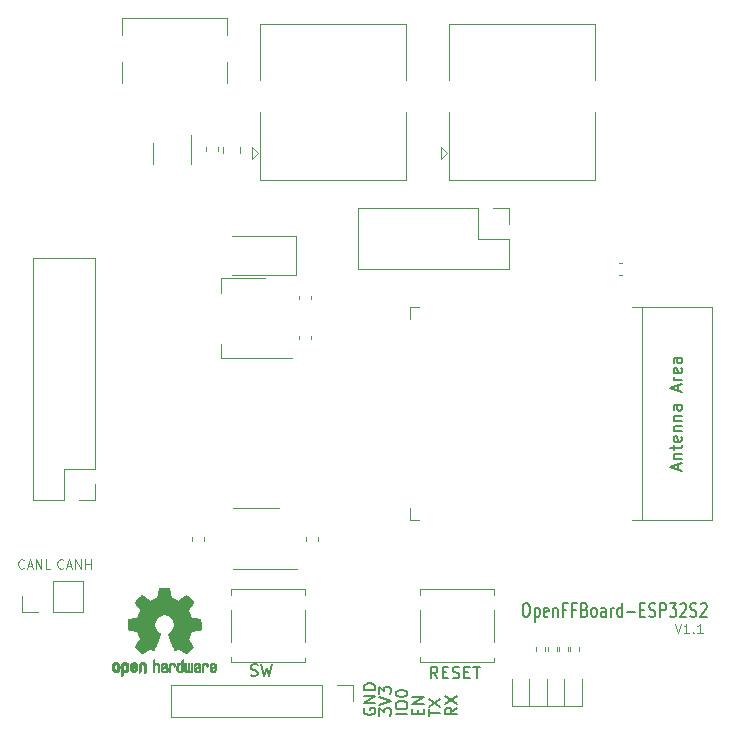
<source format=gbr>
%TF.GenerationSoftware,KiCad,Pcbnew,(5.1.6)-1*%
%TF.CreationDate,2022-03-15T00:03:31+08:00*%
%TF.ProjectId,esp32s2-openffb,65737033-3273-4322-9d6f-70656e666662,rev?*%
%TF.SameCoordinates,Original*%
%TF.FileFunction,Legend,Top*%
%TF.FilePolarity,Positive*%
%FSLAX46Y46*%
G04 Gerber Fmt 4.6, Leading zero omitted, Abs format (unit mm)*
G04 Created by KiCad (PCBNEW (5.1.6)-1) date 2022-03-15 00:03:31*
%MOMM*%
%LPD*%
G01*
G04 APERTURE LIST*
%ADD10C,0.110000*%
%ADD11C,0.150000*%
%ADD12C,0.120000*%
%ADD13C,0.010000*%
G04 APERTURE END LIST*
D10*
X56440352Y9174896D02*
X56707019Y8374896D01*
X56973685Y9174896D01*
X57659400Y8374896D02*
X57202257Y8374896D01*
X57430828Y8374896D02*
X57430828Y9174896D01*
X57354638Y9060610D01*
X57278447Y8984420D01*
X57202257Y8946324D01*
X58002257Y8451086D02*
X58040352Y8412991D01*
X58002257Y8374896D01*
X57964161Y8412991D01*
X58002257Y8451086D01*
X58002257Y8374896D01*
X58802257Y8374896D02*
X58345114Y8374896D01*
X58573685Y8374896D02*
X58573685Y9174896D01*
X58497495Y9060610D01*
X58421304Y8984420D01*
X58345114Y8946324D01*
D11*
X43793714Y10946143D02*
X43965142Y10946143D01*
X44050857Y10889000D01*
X44136571Y10774715D01*
X44179428Y10546143D01*
X44179428Y10146143D01*
X44136571Y9917572D01*
X44050857Y9803286D01*
X43965142Y9746143D01*
X43793714Y9746143D01*
X43708000Y9803286D01*
X43622285Y9917572D01*
X43579428Y10146143D01*
X43579428Y10546143D01*
X43622285Y10774715D01*
X43708000Y10889000D01*
X43793714Y10946143D01*
X44565142Y10546143D02*
X44565142Y9346143D01*
X44565142Y10489000D02*
X44650857Y10546143D01*
X44822285Y10546143D01*
X44908000Y10489000D01*
X44950857Y10431858D01*
X44993714Y10317572D01*
X44993714Y9974715D01*
X44950857Y9860429D01*
X44908000Y9803286D01*
X44822285Y9746143D01*
X44650857Y9746143D01*
X44565142Y9803286D01*
X45722285Y9803286D02*
X45636571Y9746143D01*
X45465142Y9746143D01*
X45379428Y9803286D01*
X45336571Y9917572D01*
X45336571Y10374715D01*
X45379428Y10489000D01*
X45465142Y10546143D01*
X45636571Y10546143D01*
X45722285Y10489000D01*
X45765142Y10374715D01*
X45765142Y10260429D01*
X45336571Y10146143D01*
X46150857Y10546143D02*
X46150857Y9746143D01*
X46150857Y10431858D02*
X46193714Y10489000D01*
X46279428Y10546143D01*
X46408000Y10546143D01*
X46493714Y10489000D01*
X46536571Y10374715D01*
X46536571Y9746143D01*
X47265142Y10374715D02*
X46965142Y10374715D01*
X46965142Y9746143D02*
X46965142Y10946143D01*
X47393714Y10946143D01*
X48036571Y10374715D02*
X47736571Y10374715D01*
X47736571Y9746143D02*
X47736571Y10946143D01*
X48165142Y10946143D01*
X48808000Y10374715D02*
X48936571Y10317572D01*
X48979428Y10260429D01*
X49022285Y10146143D01*
X49022285Y9974715D01*
X48979428Y9860429D01*
X48936571Y9803286D01*
X48850857Y9746143D01*
X48508000Y9746143D01*
X48508000Y10946143D01*
X48808000Y10946143D01*
X48893714Y10889000D01*
X48936571Y10831858D01*
X48979428Y10717572D01*
X48979428Y10603286D01*
X48936571Y10489000D01*
X48893714Y10431858D01*
X48808000Y10374715D01*
X48508000Y10374715D01*
X49536571Y9746143D02*
X49450857Y9803286D01*
X49408000Y9860429D01*
X49365142Y9974715D01*
X49365142Y10317572D01*
X49408000Y10431858D01*
X49450857Y10489000D01*
X49536571Y10546143D01*
X49665142Y10546143D01*
X49750857Y10489000D01*
X49793714Y10431858D01*
X49836571Y10317572D01*
X49836571Y9974715D01*
X49793714Y9860429D01*
X49750857Y9803286D01*
X49665142Y9746143D01*
X49536571Y9746143D01*
X50608000Y9746143D02*
X50608000Y10374715D01*
X50565142Y10489000D01*
X50479428Y10546143D01*
X50308000Y10546143D01*
X50222285Y10489000D01*
X50608000Y9803286D02*
X50522285Y9746143D01*
X50308000Y9746143D01*
X50222285Y9803286D01*
X50179428Y9917572D01*
X50179428Y10031858D01*
X50222285Y10146143D01*
X50308000Y10203286D01*
X50522285Y10203286D01*
X50608000Y10260429D01*
X51036571Y9746143D02*
X51036571Y10546143D01*
X51036571Y10317572D02*
X51079428Y10431858D01*
X51122285Y10489000D01*
X51208000Y10546143D01*
X51293714Y10546143D01*
X51979428Y9746143D02*
X51979428Y10946143D01*
X51979428Y9803286D02*
X51893714Y9746143D01*
X51722285Y9746143D01*
X51636571Y9803286D01*
X51593714Y9860429D01*
X51550857Y9974715D01*
X51550857Y10317572D01*
X51593714Y10431858D01*
X51636571Y10489000D01*
X51722285Y10546143D01*
X51893714Y10546143D01*
X51979428Y10489000D01*
X52408000Y10203286D02*
X53093714Y10203286D01*
X53522285Y10374715D02*
X53822285Y10374715D01*
X53950857Y9746143D02*
X53522285Y9746143D01*
X53522285Y10946143D01*
X53950857Y10946143D01*
X54293714Y9803286D02*
X54422285Y9746143D01*
X54636571Y9746143D01*
X54722285Y9803286D01*
X54765142Y9860429D01*
X54808000Y9974715D01*
X54808000Y10089000D01*
X54765142Y10203286D01*
X54722285Y10260429D01*
X54636571Y10317572D01*
X54465142Y10374715D01*
X54379428Y10431858D01*
X54336571Y10489000D01*
X54293714Y10603286D01*
X54293714Y10717572D01*
X54336571Y10831858D01*
X54379428Y10889000D01*
X54465142Y10946143D01*
X54679428Y10946143D01*
X54808000Y10889000D01*
X55193714Y9746143D02*
X55193714Y10946143D01*
X55536571Y10946143D01*
X55622285Y10889000D01*
X55665142Y10831858D01*
X55708000Y10717572D01*
X55708000Y10546143D01*
X55665142Y10431858D01*
X55622285Y10374715D01*
X55536571Y10317572D01*
X55193714Y10317572D01*
X56008000Y10946143D02*
X56565142Y10946143D01*
X56265142Y10489000D01*
X56393714Y10489000D01*
X56479428Y10431858D01*
X56522285Y10374715D01*
X56565142Y10260429D01*
X56565142Y9974715D01*
X56522285Y9860429D01*
X56479428Y9803286D01*
X56393714Y9746143D01*
X56136571Y9746143D01*
X56050857Y9803286D01*
X56008000Y9860429D01*
X56908000Y10831858D02*
X56950857Y10889000D01*
X57036571Y10946143D01*
X57250857Y10946143D01*
X57336571Y10889000D01*
X57379428Y10831858D01*
X57422285Y10717572D01*
X57422285Y10603286D01*
X57379428Y10431858D01*
X56865142Y9746143D01*
X57422285Y9746143D01*
X57765142Y9803286D02*
X57893714Y9746143D01*
X58108000Y9746143D01*
X58193714Y9803286D01*
X58236571Y9860429D01*
X58279428Y9974715D01*
X58279428Y10089000D01*
X58236571Y10203286D01*
X58193714Y10260429D01*
X58108000Y10317572D01*
X57936571Y10374715D01*
X57850857Y10431858D01*
X57808000Y10489000D01*
X57765142Y10603286D01*
X57765142Y10717572D01*
X57808000Y10831858D01*
X57850857Y10889000D01*
X57936571Y10946143D01*
X58150857Y10946143D01*
X58279428Y10889000D01*
X58622285Y10831858D02*
X58665142Y10889000D01*
X58750857Y10946143D01*
X58965142Y10946143D01*
X59050857Y10889000D01*
X59093714Y10831858D01*
X59136571Y10717572D01*
X59136571Y10603286D01*
X59093714Y10431858D01*
X58579428Y9746143D01*
X59136571Y9746143D01*
X20542857Y4795239D02*
X20685714Y4747620D01*
X20923809Y4747620D01*
X21019047Y4795239D01*
X21066666Y4842858D01*
X21114285Y4938096D01*
X21114285Y5033334D01*
X21066666Y5128572D01*
X21019047Y5176191D01*
X20923809Y5223810D01*
X20733333Y5271429D01*
X20638095Y5319048D01*
X20590476Y5366667D01*
X20542857Y5461905D01*
X20542857Y5557143D01*
X20590476Y5652381D01*
X20638095Y5700000D01*
X20733333Y5747620D01*
X20971428Y5747620D01*
X21114285Y5700000D01*
X21447619Y5747620D02*
X21685714Y4747620D01*
X21876190Y5461905D01*
X22066666Y4747620D01*
X22304761Y5747620D01*
X36347619Y4547620D02*
X36014285Y5023810D01*
X35776190Y4547620D02*
X35776190Y5547620D01*
X36157142Y5547620D01*
X36252380Y5500000D01*
X36300000Y5452381D01*
X36347619Y5357143D01*
X36347619Y5214286D01*
X36300000Y5119048D01*
X36252380Y5071429D01*
X36157142Y5023810D01*
X35776190Y5023810D01*
X36776190Y5071429D02*
X37109523Y5071429D01*
X37252380Y4547620D02*
X36776190Y4547620D01*
X36776190Y5547620D01*
X37252380Y5547620D01*
X37633333Y4595239D02*
X37776190Y4547620D01*
X38014285Y4547620D01*
X38109523Y4595239D01*
X38157142Y4642858D01*
X38204761Y4738096D01*
X38204761Y4833334D01*
X38157142Y4928572D01*
X38109523Y4976191D01*
X38014285Y5023810D01*
X37823809Y5071429D01*
X37728571Y5119048D01*
X37680952Y5166667D01*
X37633333Y5261905D01*
X37633333Y5357143D01*
X37680952Y5452381D01*
X37728571Y5500000D01*
X37823809Y5547620D01*
X38061904Y5547620D01*
X38204761Y5500000D01*
X38633333Y5071429D02*
X38966666Y5071429D01*
X39109523Y4547620D02*
X38633333Y4547620D01*
X38633333Y5547620D01*
X39109523Y5547620D01*
X39395238Y5547620D02*
X39966666Y5547620D01*
X39680952Y4547620D02*
X39680952Y5547620D01*
X38002380Y2071429D02*
X37526190Y1738095D01*
X38002380Y1500000D02*
X37002380Y1500000D01*
X37002380Y1880953D01*
X37050000Y1976191D01*
X37097619Y2023810D01*
X37192857Y2071429D01*
X37335714Y2071429D01*
X37430952Y2023810D01*
X37478571Y1976191D01*
X37526190Y1880953D01*
X37526190Y1500000D01*
X37002380Y2404762D02*
X38002380Y3071429D01*
X37002380Y3071429D02*
X38002380Y2404762D01*
X35602380Y1357144D02*
X35602380Y1928572D01*
X36602380Y1642858D02*
X35602380Y1642858D01*
X35602380Y2166668D02*
X36602380Y2833334D01*
X35602380Y2833334D02*
X36602380Y2166668D01*
X34678571Y1500000D02*
X34678571Y1833334D01*
X35202380Y1976191D02*
X35202380Y1500000D01*
X34202380Y1500000D01*
X34202380Y1976191D01*
X35202380Y2404762D02*
X34202380Y2404762D01*
X35202380Y2976191D01*
X34202380Y2976191D01*
X33802380Y1500000D02*
X32802380Y1500000D01*
X32802380Y2166667D02*
X32802380Y2357143D01*
X32850000Y2452381D01*
X32945238Y2547620D01*
X33135714Y2595239D01*
X33469047Y2595239D01*
X33659523Y2547620D01*
X33754761Y2452381D01*
X33802380Y2357143D01*
X33802380Y2166667D01*
X33754761Y2071429D01*
X33659523Y1976191D01*
X33469047Y1928572D01*
X33135714Y1928572D01*
X32945238Y1976191D01*
X32850000Y2071429D01*
X32802380Y2166667D01*
X32802380Y3214286D02*
X32802380Y3309524D01*
X32850000Y3404762D01*
X32897619Y3452381D01*
X32992857Y3500000D01*
X33183333Y3547620D01*
X33421428Y3547620D01*
X33611904Y3500000D01*
X33707142Y3452381D01*
X33754761Y3404762D01*
X33802380Y3309524D01*
X33802380Y3214286D01*
X33754761Y3119048D01*
X33707142Y3071429D01*
X33611904Y3023810D01*
X33421428Y2976191D01*
X33183333Y2976191D01*
X32992857Y3023810D01*
X32897619Y3071429D01*
X32850000Y3119048D01*
X32802380Y3214286D01*
X31402380Y1404762D02*
X31402380Y2023810D01*
X31783333Y1690477D01*
X31783333Y1833334D01*
X31830952Y1928572D01*
X31878571Y1976191D01*
X31973809Y2023810D01*
X32211904Y2023810D01*
X32307142Y1976191D01*
X32354761Y1928572D01*
X32402380Y1833334D01*
X32402380Y1547619D01*
X32354761Y1452381D01*
X32307142Y1404762D01*
X31402380Y2309524D02*
X32402380Y2642857D01*
X31402380Y2976191D01*
X31402380Y3214286D02*
X31402380Y3833334D01*
X31783333Y3500000D01*
X31783333Y3642857D01*
X31830952Y3738096D01*
X31878571Y3785715D01*
X31973809Y3833334D01*
X32211904Y3833334D01*
X32307142Y3785715D01*
X32354761Y3738096D01*
X32402380Y3642857D01*
X32402380Y3357143D01*
X32354761Y3261905D01*
X32307142Y3214286D01*
X30143500Y2023810D02*
X30095880Y1928572D01*
X30095880Y1785714D01*
X30143500Y1642857D01*
X30238738Y1547619D01*
X30333976Y1500000D01*
X30524452Y1452381D01*
X30667309Y1452381D01*
X30857785Y1500000D01*
X30953023Y1547619D01*
X31048261Y1642857D01*
X31095880Y1785714D01*
X31095880Y1880953D01*
X31048261Y2023810D01*
X31000642Y2071429D01*
X30667309Y2071429D01*
X30667309Y1880953D01*
X31095880Y2500000D02*
X30095880Y2500000D01*
X31095880Y3071429D01*
X30095880Y3071429D01*
X31095880Y3547619D02*
X30095880Y3547619D01*
X30095880Y3785714D01*
X30143500Y3928572D01*
X30238738Y4023810D01*
X30333976Y4071429D01*
X30524452Y4119048D01*
X30667309Y4119048D01*
X30857785Y4071429D01*
X30953023Y4023810D01*
X31048261Y3928572D01*
X31095880Y3785714D01*
X31095880Y3547619D01*
D12*
X1336904Y13919286D02*
X1298809Y13881191D01*
X1184523Y13843096D01*
X1108333Y13843096D01*
X994047Y13881191D01*
X917857Y13957381D01*
X879761Y14033572D01*
X841666Y14185953D01*
X841666Y14300239D01*
X879761Y14452620D01*
X917857Y14528810D01*
X994047Y14605000D01*
X1108333Y14643096D01*
X1184523Y14643096D01*
X1298809Y14605000D01*
X1336904Y14566905D01*
X1641666Y14071667D02*
X2022619Y14071667D01*
X1565476Y13843096D02*
X1832142Y14643096D01*
X2098809Y13843096D01*
X2365476Y13843096D02*
X2365476Y14643096D01*
X2822619Y13843096D01*
X2822619Y14643096D01*
X3584523Y13843096D02*
X3203571Y13843096D01*
X3203571Y14643096D01*
X4670666Y13919286D02*
X4632571Y13881191D01*
X4518285Y13843096D01*
X4442095Y13843096D01*
X4327809Y13881191D01*
X4251619Y13957381D01*
X4213523Y14033572D01*
X4175428Y14185953D01*
X4175428Y14300239D01*
X4213523Y14452620D01*
X4251619Y14528810D01*
X4327809Y14605000D01*
X4442095Y14643096D01*
X4518285Y14643096D01*
X4632571Y14605000D01*
X4670666Y14566905D01*
X4975428Y14071667D02*
X5356380Y14071667D01*
X4899238Y13843096D02*
X5165904Y14643096D01*
X5432571Y13843096D01*
X5699238Y13843096D02*
X5699238Y14643096D01*
X6156380Y13843096D01*
X6156380Y14643096D01*
X6537333Y13843096D02*
X6537333Y14643096D01*
X6537333Y14262143D02*
X6994476Y14262143D01*
X6994476Y13843096D02*
X6994476Y14643096D01*
%TO.C,J4*%
X7330000Y19670000D02*
X6000000Y19670000D01*
X7330000Y21000000D02*
X7330000Y19670000D01*
X4730000Y19670000D02*
X2130000Y19670000D01*
X4730000Y22270000D02*
X4730000Y19670000D01*
X7330000Y22270000D02*
X4730000Y22270000D01*
X2130000Y19670000D02*
X2130000Y40110000D01*
X7330000Y22270000D02*
X7330000Y40110000D01*
X7330000Y40110000D02*
X2130000Y40110000D01*
%TO.C,U3*%
X21018500Y13835700D02*
X24468500Y13835700D01*
X21018500Y13835700D02*
X19068500Y13835700D01*
X21018500Y18955700D02*
X22968500Y18955700D01*
X21018500Y18955700D02*
X19068500Y18955700D01*
%TO.C,U2*%
X59565000Y35987500D02*
X59565000Y17987500D01*
X53625000Y17987500D02*
X53625000Y35987500D01*
X34815000Y17987500D02*
X34065000Y17987500D01*
X34065000Y17987500D02*
X34065000Y18987500D01*
X34815000Y35987500D02*
X34065000Y35987500D01*
X34065000Y35987500D02*
X34065000Y34987500D01*
X59565000Y17987500D02*
X52815000Y17987500D01*
X59565000Y35987500D02*
X52815000Y35987500D01*
%TO.C,R15*%
X15580900Y16533079D02*
X15580900Y16207521D01*
X16600900Y16533079D02*
X16600900Y16207521D01*
%TO.C,J3*%
X1170000Y10170000D02*
X1170000Y11500000D01*
X2500000Y10170000D02*
X1170000Y10170000D01*
X3770000Y10170000D02*
X3770000Y12830000D01*
X3770000Y12830000D02*
X6370000Y12830000D01*
X3770000Y10170000D02*
X6370000Y10170000D01*
X6370000Y10170000D02*
X6370000Y12830000D01*
%TO.C,C3*%
X26227500Y16207521D02*
X26227500Y16533079D01*
X25207500Y16207521D02*
X25207500Y16533079D01*
%TO.C,D1*%
X24355000Y38736000D02*
X18955000Y38736000D01*
X24355000Y42036000D02*
X18955000Y42036000D01*
X24355000Y38736000D02*
X24355000Y42036000D01*
%TO.C,J7*%
X33725500Y46752000D02*
X33725500Y52492000D01*
X21305500Y46752000D02*
X21305500Y52492000D01*
X33725500Y59972000D02*
X21305500Y59972000D01*
X33725500Y46752000D02*
X21305500Y46752000D01*
X33725500Y55242000D02*
X33725500Y59972000D01*
X21305500Y55242000D02*
X21305500Y59972000D01*
X21145500Y49022000D02*
X20645500Y49522000D01*
X20645500Y48522000D02*
X21145500Y49022000D01*
X20645500Y48522000D02*
X20645500Y49522000D01*
%TO.C,J6*%
X49717500Y46752000D02*
X49717500Y52492000D01*
X37297500Y46752000D02*
X37297500Y52492000D01*
X49717500Y59972000D02*
X37297500Y59972000D01*
X49717500Y46752000D02*
X37297500Y46752000D01*
X49717500Y55242000D02*
X49717500Y59972000D01*
X37297500Y55242000D02*
X37297500Y59972000D01*
X37137500Y49022000D02*
X36637500Y49522000D01*
X36637500Y48522000D02*
X37137500Y49022000D01*
X36637500Y48522000D02*
X36637500Y49522000D01*
%TO.C,C4*%
X51678721Y38707600D02*
X52004279Y38707600D01*
X51678721Y39727600D02*
X52004279Y39727600D01*
%TO.C,U5*%
X59565000Y35987500D02*
X59565000Y17987500D01*
X53625000Y17987500D02*
X53625000Y35987500D01*
X34815000Y17987500D02*
X34065000Y17987500D01*
X34065000Y17987500D02*
X34065000Y18987500D01*
X34815000Y35987500D02*
X34065000Y35987500D01*
X34065000Y35987500D02*
X34065000Y34987500D01*
X59565000Y17987500D02*
X52815000Y17987500D01*
X59565000Y35987500D02*
X52815000Y35987500D01*
%TO.C,J1*%
X9611700Y60478700D02*
X18551700Y60478700D01*
X9611700Y54968700D02*
X9611700Y56768700D01*
X9611700Y60478700D02*
X9611700Y59018700D01*
X18551700Y60478700D02*
X18551700Y59018700D01*
X18551700Y54968700D02*
X18551700Y56768700D01*
%TO.C,U4*%
X15456500Y48107500D02*
X15456500Y50557500D01*
X12236500Y49907500D02*
X12236500Y48107500D01*
D13*
%TO.C,logo1*%
G36*
X13339878Y12212224D02*
G01*
X13445612Y12211645D01*
X13522132Y12210078D01*
X13574372Y12207028D01*
X13607263Y12202004D01*
X13625737Y12194511D01*
X13634727Y12184056D01*
X13639163Y12170147D01*
X13639594Y12168346D01*
X13646333Y12135855D01*
X13658808Y12071748D01*
X13675719Y11982849D01*
X13695771Y11875981D01*
X13717664Y11757967D01*
X13718429Y11753822D01*
X13740359Y11638169D01*
X13760877Y11535986D01*
X13778659Y11453402D01*
X13792381Y11396544D01*
X13800718Y11371542D01*
X13801116Y11371099D01*
X13825677Y11358890D01*
X13876315Y11338544D01*
X13942095Y11314455D01*
X13942461Y11314326D01*
X14025317Y11283182D01*
X14123000Y11243509D01*
X14215077Y11203619D01*
X14219434Y11201647D01*
X14369407Y11133580D01*
X14701498Y11360361D01*
X14803374Y11429496D01*
X14895657Y11491303D01*
X14973003Y11542267D01*
X15030064Y11578873D01*
X15061495Y11597606D01*
X15064479Y11598996D01*
X15087321Y11592810D01*
X15129982Y11562965D01*
X15194128Y11508053D01*
X15281421Y11426666D01*
X15370535Y11340078D01*
X15456441Y11254753D01*
X15533327Y11176892D01*
X15596564Y11111303D01*
X15641523Y11062795D01*
X15663576Y11036175D01*
X15664396Y11034805D01*
X15666834Y11016537D01*
X15657650Y10986705D01*
X15634574Y10941279D01*
X15595337Y10876230D01*
X15537670Y10787530D01*
X15460795Y10673343D01*
X15392570Y10572838D01*
X15331582Y10482697D01*
X15281356Y10408151D01*
X15245416Y10354435D01*
X15227287Y10326782D01*
X15226146Y10324905D01*
X15228359Y10298410D01*
X15245138Y10246914D01*
X15273142Y10180149D01*
X15283122Y10158828D01*
X15326672Y10063841D01*
X15373134Y9956063D01*
X15410877Y9862808D01*
X15438073Y9793594D01*
X15459675Y9740994D01*
X15472158Y9713503D01*
X15473709Y9711384D01*
X15496668Y9707876D01*
X15550786Y9698262D01*
X15628868Y9683911D01*
X15723719Y9666193D01*
X15828143Y9646475D01*
X15934944Y9626126D01*
X16036926Y9606514D01*
X16126894Y9589009D01*
X16197653Y9574978D01*
X16242006Y9565791D01*
X16252885Y9563193D01*
X16264122Y9556782D01*
X16272605Y9542303D01*
X16278714Y9514867D01*
X16282832Y9469589D01*
X16285341Y9401580D01*
X16286621Y9305953D01*
X16287054Y9177820D01*
X16287077Y9125299D01*
X16287077Y8698155D01*
X16184500Y8677909D01*
X16127431Y8666930D01*
X16042269Y8650905D01*
X15939372Y8631767D01*
X15829096Y8611449D01*
X15798615Y8605868D01*
X15696855Y8586083D01*
X15608205Y8566627D01*
X15540108Y8549303D01*
X15500004Y8535912D01*
X15493323Y8531921D01*
X15476919Y8503658D01*
X15453399Y8448891D01*
X15427316Y8378412D01*
X15422142Y8363231D01*
X15387956Y8269104D01*
X15345523Y8162899D01*
X15303997Y8067527D01*
X15303792Y8067084D01*
X15234640Y7917475D01*
X15689512Y7248383D01*
X15397500Y6955884D01*
X15309180Y6868830D01*
X15228625Y6792091D01*
X15160360Y6729763D01*
X15108908Y6685944D01*
X15078794Y6664730D01*
X15074474Y6663384D01*
X15049111Y6673984D01*
X14997358Y6703453D01*
X14924868Y6748295D01*
X14837294Y6805016D01*
X14742612Y6868538D01*
X14646516Y6933332D01*
X14560837Y6989713D01*
X14491016Y7034212D01*
X14442494Y7063361D01*
X14420782Y7073692D01*
X14394293Y7064950D01*
X14344062Y7041913D01*
X14280451Y7009369D01*
X14273708Y7005751D01*
X14188046Y6962790D01*
X14129306Y6941721D01*
X14092772Y6941497D01*
X14073731Y6961072D01*
X14073620Y6961346D01*
X14064102Y6984528D01*
X14041403Y7039559D01*
X14007282Y7122178D01*
X13963500Y7228128D01*
X13911816Y7353148D01*
X13853992Y7492980D01*
X13797991Y7628363D01*
X13736447Y7777766D01*
X13679939Y7916168D01*
X13630161Y8039327D01*
X13588806Y8142998D01*
X13557568Y8222941D01*
X13538141Y8274912D01*
X13532154Y8294308D01*
X13547168Y8316557D01*
X13586439Y8352018D01*
X13638807Y8391113D01*
X13787941Y8514755D01*
X13904511Y8656478D01*
X13987118Y8813296D01*
X14034366Y8982225D01*
X14044857Y9160278D01*
X14037231Y9242461D01*
X13995682Y9412969D01*
X13924123Y9563541D01*
X13826995Y9692691D01*
X13708734Y9798936D01*
X13573780Y9880790D01*
X13426571Y9936768D01*
X13271544Y9965385D01*
X13113139Y9965156D01*
X12955794Y9934595D01*
X12803946Y9872218D01*
X12662035Y9776540D01*
X12602803Y9722428D01*
X12489203Y9583480D01*
X12410106Y9431639D01*
X12364986Y9271333D01*
X12353316Y9106988D01*
X12374569Y8943029D01*
X12428220Y8783882D01*
X12513740Y8633975D01*
X12630605Y8497733D01*
X12761193Y8391113D01*
X12815588Y8350358D01*
X12854014Y8315282D01*
X12867846Y8294274D01*
X12860603Y8271365D01*
X12840005Y8216635D01*
X12807746Y8134328D01*
X12765521Y8028685D01*
X12715023Y7903950D01*
X12657948Y7764364D01*
X12601854Y7628330D01*
X12539967Y7478799D01*
X12482644Y7340233D01*
X12431644Y7216893D01*
X12388727Y7113036D01*
X12355653Y7032920D01*
X12334181Y6980805D01*
X12326225Y6961346D01*
X12307429Y6941577D01*
X12271074Y6941635D01*
X12212479Y6962559D01*
X12126968Y7005387D01*
X12126292Y7005751D01*
X12061907Y7038988D01*
X12009861Y7063198D01*
X11980512Y7073596D01*
X11979217Y7073692D01*
X11957124Y7063145D01*
X11908348Y7033816D01*
X11838331Y6989173D01*
X11752514Y6932686D01*
X11657388Y6868538D01*
X11560540Y6803589D01*
X11473253Y6747104D01*
X11401181Y6702579D01*
X11349977Y6673510D01*
X11325526Y6663384D01*
X11303010Y6676693D01*
X11257742Y6713888D01*
X11194244Y6770872D01*
X11117039Y6843551D01*
X11030651Y6927829D01*
X11002399Y6955984D01*
X10710287Y7248584D01*
X10932631Y7574896D01*
X11000202Y7675103D01*
X11059507Y7765037D01*
X11107217Y7839490D01*
X11140007Y7893249D01*
X11154548Y7921106D01*
X11154974Y7923088D01*
X11147308Y7949345D01*
X11126689Y8002163D01*
X11096685Y8072690D01*
X11075625Y8119907D01*
X11036248Y8210306D01*
X10999165Y8301634D01*
X10970415Y8378800D01*
X10962605Y8402308D01*
X10940417Y8465084D01*
X10918727Y8513589D01*
X10906813Y8531921D01*
X10880523Y8543141D01*
X10823142Y8559046D01*
X10742118Y8577833D01*
X10644895Y8597701D01*
X10601385Y8605868D01*
X10490896Y8626171D01*
X10384916Y8645830D01*
X10293801Y8662912D01*
X10227908Y8675482D01*
X10215500Y8677909D01*
X10112923Y8698155D01*
X10112923Y9125299D01*
X10113153Y9265754D01*
X10114099Y9372021D01*
X10116141Y9448987D01*
X10119662Y9501540D01*
X10125043Y9534567D01*
X10132666Y9552955D01*
X10142912Y9561592D01*
X10147115Y9563193D01*
X10172470Y9568873D01*
X10228484Y9580205D01*
X10307964Y9595821D01*
X10403712Y9614353D01*
X10508533Y9634431D01*
X10615232Y9654688D01*
X10716613Y9673754D01*
X10805479Y9690261D01*
X10874637Y9702841D01*
X10916889Y9710125D01*
X10926290Y9711384D01*
X10934807Y9728237D01*
X10953660Y9773130D01*
X10979324Y9837570D01*
X10989123Y9862808D01*
X11028648Y9960314D01*
X11075192Y10068041D01*
X11116877Y10158828D01*
X11147550Y10228247D01*
X11167956Y10285290D01*
X11174768Y10320223D01*
X11173682Y10324905D01*
X11159285Y10347009D01*
X11126412Y10396169D01*
X11078590Y10467152D01*
X11019348Y10554722D01*
X10952215Y10653643D01*
X10938941Y10673170D01*
X10861046Y10788860D01*
X10803787Y10876956D01*
X10764881Y10941514D01*
X10742044Y10986589D01*
X10732994Y11016237D01*
X10735448Y11034515D01*
X10735511Y11034631D01*
X10754827Y11058639D01*
X10797551Y11105053D01*
X10859051Y11169063D01*
X10934698Y11245855D01*
X11019861Y11330618D01*
X11029465Y11340078D01*
X11136790Y11444011D01*
X11219615Y11520325D01*
X11279605Y11570429D01*
X11318423Y11595730D01*
X11335520Y11598996D01*
X11360473Y11584750D01*
X11412255Y11551844D01*
X11485520Y11503792D01*
X11574920Y11444110D01*
X11675111Y11376312D01*
X11698501Y11360361D01*
X12030593Y11133580D01*
X12180565Y11201647D01*
X12271770Y11241315D01*
X12369669Y11281209D01*
X12453831Y11313017D01*
X12457538Y11314326D01*
X12523369Y11338424D01*
X12574116Y11358800D01*
X12598842Y11371064D01*
X12598884Y11371099D01*
X12606729Y11393266D01*
X12620066Y11447783D01*
X12637570Y11528520D01*
X12657917Y11629350D01*
X12679782Y11744144D01*
X12681571Y11753822D01*
X12703504Y11872096D01*
X12723640Y11979458D01*
X12740680Y12069083D01*
X12753328Y12134149D01*
X12760284Y12167832D01*
X12760406Y12168346D01*
X12764639Y12182675D01*
X12772871Y12193493D01*
X12790033Y12201294D01*
X12821058Y12206571D01*
X12870878Y12209818D01*
X12944424Y12211528D01*
X13046629Y12212193D01*
X13182425Y12212307D01*
X13200000Y12212308D01*
X13339878Y12212224D01*
G37*
X13339878Y12212224D02*
X13445612Y12211645D01*
X13522132Y12210078D01*
X13574372Y12207028D01*
X13607263Y12202004D01*
X13625737Y12194511D01*
X13634727Y12184056D01*
X13639163Y12170147D01*
X13639594Y12168346D01*
X13646333Y12135855D01*
X13658808Y12071748D01*
X13675719Y11982849D01*
X13695771Y11875981D01*
X13717664Y11757967D01*
X13718429Y11753822D01*
X13740359Y11638169D01*
X13760877Y11535986D01*
X13778659Y11453402D01*
X13792381Y11396544D01*
X13800718Y11371542D01*
X13801116Y11371099D01*
X13825677Y11358890D01*
X13876315Y11338544D01*
X13942095Y11314455D01*
X13942461Y11314326D01*
X14025317Y11283182D01*
X14123000Y11243509D01*
X14215077Y11203619D01*
X14219434Y11201647D01*
X14369407Y11133580D01*
X14701498Y11360361D01*
X14803374Y11429496D01*
X14895657Y11491303D01*
X14973003Y11542267D01*
X15030064Y11578873D01*
X15061495Y11597606D01*
X15064479Y11598996D01*
X15087321Y11592810D01*
X15129982Y11562965D01*
X15194128Y11508053D01*
X15281421Y11426666D01*
X15370535Y11340078D01*
X15456441Y11254753D01*
X15533327Y11176892D01*
X15596564Y11111303D01*
X15641523Y11062795D01*
X15663576Y11036175D01*
X15664396Y11034805D01*
X15666834Y11016537D01*
X15657650Y10986705D01*
X15634574Y10941279D01*
X15595337Y10876230D01*
X15537670Y10787530D01*
X15460795Y10673343D01*
X15392570Y10572838D01*
X15331582Y10482697D01*
X15281356Y10408151D01*
X15245416Y10354435D01*
X15227287Y10326782D01*
X15226146Y10324905D01*
X15228359Y10298410D01*
X15245138Y10246914D01*
X15273142Y10180149D01*
X15283122Y10158828D01*
X15326672Y10063841D01*
X15373134Y9956063D01*
X15410877Y9862808D01*
X15438073Y9793594D01*
X15459675Y9740994D01*
X15472158Y9713503D01*
X15473709Y9711384D01*
X15496668Y9707876D01*
X15550786Y9698262D01*
X15628868Y9683911D01*
X15723719Y9666193D01*
X15828143Y9646475D01*
X15934944Y9626126D01*
X16036926Y9606514D01*
X16126894Y9589009D01*
X16197653Y9574978D01*
X16242006Y9565791D01*
X16252885Y9563193D01*
X16264122Y9556782D01*
X16272605Y9542303D01*
X16278714Y9514867D01*
X16282832Y9469589D01*
X16285341Y9401580D01*
X16286621Y9305953D01*
X16287054Y9177820D01*
X16287077Y9125299D01*
X16287077Y8698155D01*
X16184500Y8677909D01*
X16127431Y8666930D01*
X16042269Y8650905D01*
X15939372Y8631767D01*
X15829096Y8611449D01*
X15798615Y8605868D01*
X15696855Y8586083D01*
X15608205Y8566627D01*
X15540108Y8549303D01*
X15500004Y8535912D01*
X15493323Y8531921D01*
X15476919Y8503658D01*
X15453399Y8448891D01*
X15427316Y8378412D01*
X15422142Y8363231D01*
X15387956Y8269104D01*
X15345523Y8162899D01*
X15303997Y8067527D01*
X15303792Y8067084D01*
X15234640Y7917475D01*
X15689512Y7248383D01*
X15397500Y6955884D01*
X15309180Y6868830D01*
X15228625Y6792091D01*
X15160360Y6729763D01*
X15108908Y6685944D01*
X15078794Y6664730D01*
X15074474Y6663384D01*
X15049111Y6673984D01*
X14997358Y6703453D01*
X14924868Y6748295D01*
X14837294Y6805016D01*
X14742612Y6868538D01*
X14646516Y6933332D01*
X14560837Y6989713D01*
X14491016Y7034212D01*
X14442494Y7063361D01*
X14420782Y7073692D01*
X14394293Y7064950D01*
X14344062Y7041913D01*
X14280451Y7009369D01*
X14273708Y7005751D01*
X14188046Y6962790D01*
X14129306Y6941721D01*
X14092772Y6941497D01*
X14073731Y6961072D01*
X14073620Y6961346D01*
X14064102Y6984528D01*
X14041403Y7039559D01*
X14007282Y7122178D01*
X13963500Y7228128D01*
X13911816Y7353148D01*
X13853992Y7492980D01*
X13797991Y7628363D01*
X13736447Y7777766D01*
X13679939Y7916168D01*
X13630161Y8039327D01*
X13588806Y8142998D01*
X13557568Y8222941D01*
X13538141Y8274912D01*
X13532154Y8294308D01*
X13547168Y8316557D01*
X13586439Y8352018D01*
X13638807Y8391113D01*
X13787941Y8514755D01*
X13904511Y8656478D01*
X13987118Y8813296D01*
X14034366Y8982225D01*
X14044857Y9160278D01*
X14037231Y9242461D01*
X13995682Y9412969D01*
X13924123Y9563541D01*
X13826995Y9692691D01*
X13708734Y9798936D01*
X13573780Y9880790D01*
X13426571Y9936768D01*
X13271544Y9965385D01*
X13113139Y9965156D01*
X12955794Y9934595D01*
X12803946Y9872218D01*
X12662035Y9776540D01*
X12602803Y9722428D01*
X12489203Y9583480D01*
X12410106Y9431639D01*
X12364986Y9271333D01*
X12353316Y9106988D01*
X12374569Y8943029D01*
X12428220Y8783882D01*
X12513740Y8633975D01*
X12630605Y8497733D01*
X12761193Y8391113D01*
X12815588Y8350358D01*
X12854014Y8315282D01*
X12867846Y8294274D01*
X12860603Y8271365D01*
X12840005Y8216635D01*
X12807746Y8134328D01*
X12765521Y8028685D01*
X12715023Y7903950D01*
X12657948Y7764364D01*
X12601854Y7628330D01*
X12539967Y7478799D01*
X12482644Y7340233D01*
X12431644Y7216893D01*
X12388727Y7113036D01*
X12355653Y7032920D01*
X12334181Y6980805D01*
X12326225Y6961346D01*
X12307429Y6941577D01*
X12271074Y6941635D01*
X12212479Y6962559D01*
X12126968Y7005387D01*
X12126292Y7005751D01*
X12061907Y7038988D01*
X12009861Y7063198D01*
X11980512Y7073596D01*
X11979217Y7073692D01*
X11957124Y7063145D01*
X11908348Y7033816D01*
X11838331Y6989173D01*
X11752514Y6932686D01*
X11657388Y6868538D01*
X11560540Y6803589D01*
X11473253Y6747104D01*
X11401181Y6702579D01*
X11349977Y6673510D01*
X11325526Y6663384D01*
X11303010Y6676693D01*
X11257742Y6713888D01*
X11194244Y6770872D01*
X11117039Y6843551D01*
X11030651Y6927829D01*
X11002399Y6955984D01*
X10710287Y7248584D01*
X10932631Y7574896D01*
X11000202Y7675103D01*
X11059507Y7765037D01*
X11107217Y7839490D01*
X11140007Y7893249D01*
X11154548Y7921106D01*
X11154974Y7923088D01*
X11147308Y7949345D01*
X11126689Y8002163D01*
X11096685Y8072690D01*
X11075625Y8119907D01*
X11036248Y8210306D01*
X10999165Y8301634D01*
X10970415Y8378800D01*
X10962605Y8402308D01*
X10940417Y8465084D01*
X10918727Y8513589D01*
X10906813Y8531921D01*
X10880523Y8543141D01*
X10823142Y8559046D01*
X10742118Y8577833D01*
X10644895Y8597701D01*
X10601385Y8605868D01*
X10490896Y8626171D01*
X10384916Y8645830D01*
X10293801Y8662912D01*
X10227908Y8675482D01*
X10215500Y8677909D01*
X10112923Y8698155D01*
X10112923Y9125299D01*
X10113153Y9265754D01*
X10114099Y9372021D01*
X10116141Y9448987D01*
X10119662Y9501540D01*
X10125043Y9534567D01*
X10132666Y9552955D01*
X10142912Y9561592D01*
X10147115Y9563193D01*
X10172470Y9568873D01*
X10228484Y9580205D01*
X10307964Y9595821D01*
X10403712Y9614353D01*
X10508533Y9634431D01*
X10615232Y9654688D01*
X10716613Y9673754D01*
X10805479Y9690261D01*
X10874637Y9702841D01*
X10916889Y9710125D01*
X10926290Y9711384D01*
X10934807Y9728237D01*
X10953660Y9773130D01*
X10979324Y9837570D01*
X10989123Y9862808D01*
X11028648Y9960314D01*
X11075192Y10068041D01*
X11116877Y10158828D01*
X11147550Y10228247D01*
X11167956Y10285290D01*
X11174768Y10320223D01*
X11173682Y10324905D01*
X11159285Y10347009D01*
X11126412Y10396169D01*
X11078590Y10467152D01*
X11019348Y10554722D01*
X10952215Y10653643D01*
X10938941Y10673170D01*
X10861046Y10788860D01*
X10803787Y10876956D01*
X10764881Y10941514D01*
X10742044Y10986589D01*
X10732994Y11016237D01*
X10735448Y11034515D01*
X10735511Y11034631D01*
X10754827Y11058639D01*
X10797551Y11105053D01*
X10859051Y11169063D01*
X10934698Y11245855D01*
X11019861Y11330618D01*
X11029465Y11340078D01*
X11136790Y11444011D01*
X11219615Y11520325D01*
X11279605Y11570429D01*
X11318423Y11595730D01*
X11335520Y11598996D01*
X11360473Y11584750D01*
X11412255Y11551844D01*
X11485520Y11503792D01*
X11574920Y11444110D01*
X11675111Y11376312D01*
X11698501Y11360361D01*
X12030593Y11133580D01*
X12180565Y11201647D01*
X12271770Y11241315D01*
X12369669Y11281209D01*
X12453831Y11313017D01*
X12457538Y11314326D01*
X12523369Y11338424D01*
X12574116Y11358800D01*
X12598842Y11371064D01*
X12598884Y11371099D01*
X12606729Y11393266D01*
X12620066Y11447783D01*
X12637570Y11528520D01*
X12657917Y11629350D01*
X12679782Y11744144D01*
X12681571Y11753822D01*
X12703504Y11872096D01*
X12723640Y11979458D01*
X12740680Y12069083D01*
X12753328Y12134149D01*
X12760284Y12167832D01*
X12760406Y12168346D01*
X12764639Y12182675D01*
X12772871Y12193493D01*
X12790033Y12201294D01*
X12821058Y12206571D01*
X12870878Y12209818D01*
X12944424Y12211528D01*
X13046629Y12212193D01*
X13182425Y12212307D01*
X13200000Y12212308D01*
X13339878Y12212224D01*
G36*
X17445224Y5852162D02*
G01*
X17522528Y5801639D01*
X17559814Y5756410D01*
X17589353Y5674337D01*
X17591699Y5609393D01*
X17586385Y5522555D01*
X17386115Y5434897D01*
X17288739Y5390113D01*
X17225113Y5354087D01*
X17192029Y5322883D01*
X17186280Y5292564D01*
X17204658Y5259195D01*
X17224923Y5237077D01*
X17283889Y5201607D01*
X17348024Y5199121D01*
X17406926Y5226765D01*
X17450197Y5281680D01*
X17457936Y5301072D01*
X17495006Y5361636D01*
X17537654Y5387448D01*
X17596154Y5409529D01*
X17596154Y5325816D01*
X17590982Y5268850D01*
X17570723Y5220811D01*
X17528262Y5165654D01*
X17521951Y5158486D01*
X17474720Y5109415D01*
X17434121Y5083080D01*
X17383328Y5070965D01*
X17341220Y5066997D01*
X17265902Y5066009D01*
X17212286Y5078534D01*
X17178838Y5097131D01*
X17126268Y5138025D01*
X17089879Y5182252D01*
X17066850Y5237874D01*
X17054359Y5312953D01*
X17049587Y5415551D01*
X17049206Y5467624D01*
X17050501Y5530052D01*
X17168471Y5530052D01*
X17169839Y5496562D01*
X17173249Y5491077D01*
X17195753Y5498528D01*
X17244182Y5518247D01*
X17308908Y5546282D01*
X17322443Y5552308D01*
X17404244Y5593904D01*
X17449312Y5630462D01*
X17459217Y5664704D01*
X17435526Y5699352D01*
X17415960Y5714661D01*
X17345360Y5745279D01*
X17279280Y5740220D01*
X17223959Y5702849D01*
X17185636Y5636527D01*
X17173349Y5583884D01*
X17168471Y5530052D01*
X17050501Y5530052D01*
X17051730Y5589280D01*
X17061032Y5679290D01*
X17079460Y5744833D01*
X17109360Y5793088D01*
X17153080Y5831233D01*
X17172141Y5843560D01*
X17258726Y5875664D01*
X17353522Y5877684D01*
X17445224Y5852162D01*
G37*
X17445224Y5852162D02*
X17522528Y5801639D01*
X17559814Y5756410D01*
X17589353Y5674337D01*
X17591699Y5609393D01*
X17586385Y5522555D01*
X17386115Y5434897D01*
X17288739Y5390113D01*
X17225113Y5354087D01*
X17192029Y5322883D01*
X17186280Y5292564D01*
X17204658Y5259195D01*
X17224923Y5237077D01*
X17283889Y5201607D01*
X17348024Y5199121D01*
X17406926Y5226765D01*
X17450197Y5281680D01*
X17457936Y5301072D01*
X17495006Y5361636D01*
X17537654Y5387448D01*
X17596154Y5409529D01*
X17596154Y5325816D01*
X17590982Y5268850D01*
X17570723Y5220811D01*
X17528262Y5165654D01*
X17521951Y5158486D01*
X17474720Y5109415D01*
X17434121Y5083080D01*
X17383328Y5070965D01*
X17341220Y5066997D01*
X17265902Y5066009D01*
X17212286Y5078534D01*
X17178838Y5097131D01*
X17126268Y5138025D01*
X17089879Y5182252D01*
X17066850Y5237874D01*
X17054359Y5312953D01*
X17049587Y5415551D01*
X17049206Y5467624D01*
X17050501Y5530052D01*
X17168471Y5530052D01*
X17169839Y5496562D01*
X17173249Y5491077D01*
X17195753Y5498528D01*
X17244182Y5518247D01*
X17308908Y5546282D01*
X17322443Y5552308D01*
X17404244Y5593904D01*
X17449312Y5630462D01*
X17459217Y5664704D01*
X17435526Y5699352D01*
X17415960Y5714661D01*
X17345360Y5745279D01*
X17279280Y5740220D01*
X17223959Y5702849D01*
X17185636Y5636527D01*
X17173349Y5583884D01*
X17168471Y5530052D01*
X17050501Y5530052D01*
X17051730Y5589280D01*
X17061032Y5679290D01*
X17079460Y5744833D01*
X17109360Y5793088D01*
X17153080Y5831233D01*
X17172141Y5843560D01*
X17258726Y5875664D01*
X17353522Y5877684D01*
X17445224Y5852162D01*
G36*
X16770807Y5863218D02*
G01*
X16794161Y5853012D01*
X16849902Y5808866D01*
X16897569Y5745033D01*
X16927048Y5676913D01*
X16931846Y5643330D01*
X16915760Y5596444D01*
X16880475Y5571635D01*
X16842644Y5556613D01*
X16825321Y5553845D01*
X16816886Y5573934D01*
X16800230Y5617649D01*
X16792923Y5637402D01*
X16751948Y5705729D01*
X16692622Y5739809D01*
X16616552Y5738761D01*
X16610918Y5737419D01*
X16570305Y5718164D01*
X16540448Y5680625D01*
X16520055Y5620191D01*
X16507836Y5532249D01*
X16502500Y5412187D01*
X16502000Y5348302D01*
X16501752Y5247597D01*
X16500126Y5178946D01*
X16495801Y5135327D01*
X16487454Y5109718D01*
X16473765Y5095097D01*
X16453411Y5084442D01*
X16452234Y5083905D01*
X16413038Y5067333D01*
X16393619Y5061231D01*
X16390635Y5079681D01*
X16388081Y5130677D01*
X16386140Y5207692D01*
X16384997Y5304195D01*
X16384769Y5374816D01*
X16385932Y5511475D01*
X16390479Y5615149D01*
X16399999Y5691892D01*
X16416081Y5747754D01*
X16440313Y5788788D01*
X16474286Y5821046D01*
X16507833Y5843560D01*
X16588499Y5873524D01*
X16682381Y5880282D01*
X16770807Y5863218D01*
G37*
X16770807Y5863218D02*
X16794161Y5853012D01*
X16849902Y5808866D01*
X16897569Y5745033D01*
X16927048Y5676913D01*
X16931846Y5643330D01*
X16915760Y5596444D01*
X16880475Y5571635D01*
X16842644Y5556613D01*
X16825321Y5553845D01*
X16816886Y5573934D01*
X16800230Y5617649D01*
X16792923Y5637402D01*
X16751948Y5705729D01*
X16692622Y5739809D01*
X16616552Y5738761D01*
X16610918Y5737419D01*
X16570305Y5718164D01*
X16540448Y5680625D01*
X16520055Y5620191D01*
X16507836Y5532249D01*
X16502500Y5412187D01*
X16502000Y5348302D01*
X16501752Y5247597D01*
X16500126Y5178946D01*
X16495801Y5135327D01*
X16487454Y5109718D01*
X16473765Y5095097D01*
X16453411Y5084442D01*
X16452234Y5083905D01*
X16413038Y5067333D01*
X16393619Y5061231D01*
X16390635Y5079681D01*
X16388081Y5130677D01*
X16386140Y5207692D01*
X16384997Y5304195D01*
X16384769Y5374816D01*
X16385932Y5511475D01*
X16390479Y5615149D01*
X16399999Y5691892D01*
X16416081Y5747754D01*
X16440313Y5788788D01*
X16474286Y5821046D01*
X16507833Y5843560D01*
X16588499Y5873524D01*
X16682381Y5880282D01*
X16770807Y5863218D01*
G36*
X16087333Y5866472D02*
G01*
X16143590Y5840883D01*
X16187747Y5809876D01*
X16220101Y5775205D01*
X16242438Y5730480D01*
X16256546Y5669308D01*
X16264211Y5585299D01*
X16267220Y5472060D01*
X16267538Y5397491D01*
X16267538Y5106580D01*
X16217773Y5083905D01*
X16178576Y5067333D01*
X16159157Y5061231D01*
X16155442Y5079390D01*
X16152495Y5128352D01*
X16150691Y5199847D01*
X16150308Y5256615D01*
X16148661Y5338629D01*
X16144222Y5403691D01*
X16137740Y5443533D01*
X16132590Y5452000D01*
X16097977Y5443354D01*
X16043640Y5421177D01*
X15980722Y5391114D01*
X15920368Y5358808D01*
X15873721Y5329902D01*
X15851926Y5310039D01*
X15851839Y5309825D01*
X15853714Y5273065D01*
X15870525Y5237974D01*
X15900039Y5209472D01*
X15943116Y5199939D01*
X15979932Y5201050D01*
X16032074Y5201867D01*
X16059444Y5189651D01*
X16075882Y5157376D01*
X16077955Y5151290D01*
X16085081Y5105261D01*
X16066024Y5077313D01*
X16016353Y5063993D01*
X15962697Y5061530D01*
X15866142Y5079790D01*
X15816159Y5105869D01*
X15754429Y5167132D01*
X15721690Y5242330D01*
X15718753Y5321789D01*
X15746424Y5395833D01*
X15788047Y5442231D01*
X15829604Y5468207D01*
X15894922Y5501093D01*
X15971038Y5534443D01*
X15983726Y5539539D01*
X16067333Y5576435D01*
X16115530Y5608954D01*
X16131030Y5641282D01*
X16116550Y5677606D01*
X16091692Y5706000D01*
X16032939Y5740961D01*
X15968293Y5743583D01*
X15909008Y5716642D01*
X15866339Y5662912D01*
X15860739Y5649050D01*
X15828133Y5598064D01*
X15780530Y5560213D01*
X15720461Y5529150D01*
X15720461Y5617232D01*
X15723997Y5671049D01*
X15739156Y5713466D01*
X15772768Y5758721D01*
X15805035Y5793580D01*
X15855209Y5842938D01*
X15894193Y5869453D01*
X15936064Y5880089D01*
X15983460Y5881846D01*
X16087333Y5866472D01*
G37*
X16087333Y5866472D02*
X16143590Y5840883D01*
X16187747Y5809876D01*
X16220101Y5775205D01*
X16242438Y5730480D01*
X16256546Y5669308D01*
X16264211Y5585299D01*
X16267220Y5472060D01*
X16267538Y5397491D01*
X16267538Y5106580D01*
X16217773Y5083905D01*
X16178576Y5067333D01*
X16159157Y5061231D01*
X16155442Y5079390D01*
X16152495Y5128352D01*
X16150691Y5199847D01*
X16150308Y5256615D01*
X16148661Y5338629D01*
X16144222Y5403691D01*
X16137740Y5443533D01*
X16132590Y5452000D01*
X16097977Y5443354D01*
X16043640Y5421177D01*
X15980722Y5391114D01*
X15920368Y5358808D01*
X15873721Y5329902D01*
X15851926Y5310039D01*
X15851839Y5309825D01*
X15853714Y5273065D01*
X15870525Y5237974D01*
X15900039Y5209472D01*
X15943116Y5199939D01*
X15979932Y5201050D01*
X16032074Y5201867D01*
X16059444Y5189651D01*
X16075882Y5157376D01*
X16077955Y5151290D01*
X16085081Y5105261D01*
X16066024Y5077313D01*
X16016353Y5063993D01*
X15962697Y5061530D01*
X15866142Y5079790D01*
X15816159Y5105869D01*
X15754429Y5167132D01*
X15721690Y5242330D01*
X15718753Y5321789D01*
X15746424Y5395833D01*
X15788047Y5442231D01*
X15829604Y5468207D01*
X15894922Y5501093D01*
X15971038Y5534443D01*
X15983726Y5539539D01*
X16067333Y5576435D01*
X16115530Y5608954D01*
X16131030Y5641282D01*
X16116550Y5677606D01*
X16091692Y5706000D01*
X16032939Y5740961D01*
X15968293Y5743583D01*
X15909008Y5716642D01*
X15866339Y5662912D01*
X15860739Y5649050D01*
X15828133Y5598064D01*
X15780530Y5560213D01*
X15720461Y5529150D01*
X15720461Y5617232D01*
X15723997Y5671049D01*
X15739156Y5713466D01*
X15772768Y5758721D01*
X15805035Y5793580D01*
X15855209Y5842938D01*
X15894193Y5869453D01*
X15936064Y5880089D01*
X15983460Y5881846D01*
X16087333Y5866472D01*
G36*
X15595929Y5863338D02*
G01*
X15598911Y5811932D01*
X15601247Y5733808D01*
X15602749Y5635143D01*
X15603231Y5531657D01*
X15603231Y5181467D01*
X15541401Y5119637D01*
X15498793Y5081538D01*
X15461390Y5066105D01*
X15410270Y5067082D01*
X15389978Y5069567D01*
X15326554Y5076800D01*
X15274095Y5080945D01*
X15261308Y5081328D01*
X15218199Y5078824D01*
X15156544Y5072538D01*
X15132638Y5069567D01*
X15073922Y5064972D01*
X15034464Y5074954D01*
X14995338Y5105772D01*
X14981215Y5119637D01*
X14919385Y5181467D01*
X14919385Y5836497D01*
X14969150Y5859171D01*
X15012002Y5875966D01*
X15037073Y5881846D01*
X15043501Y5863264D01*
X15049509Y5811345D01*
X15054697Y5731828D01*
X15058664Y5630454D01*
X15060577Y5544808D01*
X15065923Y5207769D01*
X15112560Y5201175D01*
X15154976Y5205786D01*
X15175760Y5220713D01*
X15181570Y5248623D01*
X15186530Y5308075D01*
X15190246Y5391534D01*
X15192324Y5491468D01*
X15192624Y5542896D01*
X15192923Y5838946D01*
X15254454Y5860396D01*
X15298004Y5874980D01*
X15321694Y5881781D01*
X15322377Y5881846D01*
X15324754Y5863358D01*
X15327366Y5812094D01*
X15329995Y5734351D01*
X15332421Y5636426D01*
X15334115Y5544808D01*
X15339461Y5207769D01*
X15456692Y5207769D01*
X15462072Y5515254D01*
X15467451Y5822739D01*
X15524601Y5852293D01*
X15566797Y5872587D01*
X15591770Y5881796D01*
X15592491Y5881846D01*
X15595929Y5863338D01*
G37*
X15595929Y5863338D02*
X15598911Y5811932D01*
X15601247Y5733808D01*
X15602749Y5635143D01*
X15603231Y5531657D01*
X15603231Y5181467D01*
X15541401Y5119637D01*
X15498793Y5081538D01*
X15461390Y5066105D01*
X15410270Y5067082D01*
X15389978Y5069567D01*
X15326554Y5076800D01*
X15274095Y5080945D01*
X15261308Y5081328D01*
X15218199Y5078824D01*
X15156544Y5072538D01*
X15132638Y5069567D01*
X15073922Y5064972D01*
X15034464Y5074954D01*
X14995338Y5105772D01*
X14981215Y5119637D01*
X14919385Y5181467D01*
X14919385Y5836497D01*
X14969150Y5859171D01*
X15012002Y5875966D01*
X15037073Y5881846D01*
X15043501Y5863264D01*
X15049509Y5811345D01*
X15054697Y5731828D01*
X15058664Y5630454D01*
X15060577Y5544808D01*
X15065923Y5207769D01*
X15112560Y5201175D01*
X15154976Y5205786D01*
X15175760Y5220713D01*
X15181570Y5248623D01*
X15186530Y5308075D01*
X15190246Y5391534D01*
X15192324Y5491468D01*
X15192624Y5542896D01*
X15192923Y5838946D01*
X15254454Y5860396D01*
X15298004Y5874980D01*
X15321694Y5881781D01*
X15322377Y5881846D01*
X15324754Y5863358D01*
X15327366Y5812094D01*
X15329995Y5734351D01*
X15332421Y5636426D01*
X15334115Y5544808D01*
X15339461Y5207769D01*
X15456692Y5207769D01*
X15462072Y5515254D01*
X15467451Y5822739D01*
X15524601Y5852293D01*
X15566797Y5872587D01*
X15591770Y5881796D01*
X15592491Y5881846D01*
X15595929Y5863338D01*
G36*
X14802081Y5719711D02*
G01*
X14801833Y5573680D01*
X14800872Y5461345D01*
X14798794Y5377322D01*
X14795193Y5316231D01*
X14789665Y5272691D01*
X14781804Y5241321D01*
X14771207Y5216738D01*
X14763182Y5202706D01*
X14696728Y5126612D01*
X14612470Y5078916D01*
X14519249Y5061801D01*
X14425900Y5077454D01*
X14370312Y5105582D01*
X14311957Y5154240D01*
X14272186Y5213667D01*
X14248190Y5291493D01*
X14237161Y5395348D01*
X14235599Y5471538D01*
X14235809Y5477014D01*
X14372308Y5477014D01*
X14373141Y5389645D01*
X14376961Y5331808D01*
X14385746Y5293971D01*
X14401474Y5266602D01*
X14420266Y5245958D01*
X14483375Y5206110D01*
X14551137Y5202705D01*
X14615179Y5235975D01*
X14620164Y5240483D01*
X14641439Y5263933D01*
X14654779Y5291834D01*
X14662001Y5333359D01*
X14664923Y5397684D01*
X14665385Y5468800D01*
X14664383Y5558142D01*
X14660238Y5617742D01*
X14651236Y5656911D01*
X14635667Y5684960D01*
X14622902Y5699856D01*
X14563600Y5737425D01*
X14495301Y5741943D01*
X14430110Y5713247D01*
X14417528Y5702594D01*
X14396111Y5678937D01*
X14382744Y5650749D01*
X14375566Y5608755D01*
X14372719Y5543681D01*
X14372308Y5477014D01*
X14235809Y5477014D01*
X14240322Y5594235D01*
X14256362Y5686423D01*
X14286528Y5755731D01*
X14333629Y5809789D01*
X14370312Y5837495D01*
X14436990Y5867428D01*
X14514272Y5881322D01*
X14586110Y5877603D01*
X14626308Y5862600D01*
X14642082Y5858330D01*
X14652550Y5874250D01*
X14659856Y5916911D01*
X14665385Y5981894D01*
X14671437Y6054268D01*
X14679844Y6097813D01*
X14695141Y6122713D01*
X14721864Y6139155D01*
X14738654Y6146436D01*
X14802154Y6173037D01*
X14802081Y5719711D01*
G37*
X14802081Y5719711D02*
X14801833Y5573680D01*
X14800872Y5461345D01*
X14798794Y5377322D01*
X14795193Y5316231D01*
X14789665Y5272691D01*
X14781804Y5241321D01*
X14771207Y5216738D01*
X14763182Y5202706D01*
X14696728Y5126612D01*
X14612470Y5078916D01*
X14519249Y5061801D01*
X14425900Y5077454D01*
X14370312Y5105582D01*
X14311957Y5154240D01*
X14272186Y5213667D01*
X14248190Y5291493D01*
X14237161Y5395348D01*
X14235599Y5471538D01*
X14235809Y5477014D01*
X14372308Y5477014D01*
X14373141Y5389645D01*
X14376961Y5331808D01*
X14385746Y5293971D01*
X14401474Y5266602D01*
X14420266Y5245958D01*
X14483375Y5206110D01*
X14551137Y5202705D01*
X14615179Y5235975D01*
X14620164Y5240483D01*
X14641439Y5263933D01*
X14654779Y5291834D01*
X14662001Y5333359D01*
X14664923Y5397684D01*
X14665385Y5468800D01*
X14664383Y5558142D01*
X14660238Y5617742D01*
X14651236Y5656911D01*
X14635667Y5684960D01*
X14622902Y5699856D01*
X14563600Y5737425D01*
X14495301Y5741943D01*
X14430110Y5713247D01*
X14417528Y5702594D01*
X14396111Y5678937D01*
X14382744Y5650749D01*
X14375566Y5608755D01*
X14372719Y5543681D01*
X14372308Y5477014D01*
X14235809Y5477014D01*
X14240322Y5594235D01*
X14256362Y5686423D01*
X14286528Y5755731D01*
X14333629Y5809789D01*
X14370312Y5837495D01*
X14436990Y5867428D01*
X14514272Y5881322D01*
X14586110Y5877603D01*
X14626308Y5862600D01*
X14642082Y5858330D01*
X14652550Y5874250D01*
X14659856Y5916911D01*
X14665385Y5981894D01*
X14671437Y6054268D01*
X14679844Y6097813D01*
X14695141Y6122713D01*
X14721864Y6139155D01*
X14738654Y6146436D01*
X14802154Y6173037D01*
X14802081Y5719711D01*
G36*
X13913362Y5875330D02*
G01*
X14002117Y5842579D01*
X14074022Y5784650D01*
X14102144Y5743872D01*
X14132802Y5669046D01*
X14132165Y5614942D01*
X14099987Y5578554D01*
X14088081Y5572367D01*
X14036675Y5553075D01*
X14010422Y5558018D01*
X14001530Y5590413D01*
X14001077Y5608308D01*
X13984797Y5674141D01*
X13942365Y5720193D01*
X13883388Y5742436D01*
X13817475Y5736839D01*
X13763895Y5707771D01*
X13745798Y5691190D01*
X13732971Y5671075D01*
X13724306Y5640668D01*
X13718696Y5593212D01*
X13715035Y5521950D01*
X13712215Y5420125D01*
X13711484Y5387885D01*
X13708820Y5277590D01*
X13705792Y5199964D01*
X13701250Y5148604D01*
X13694046Y5117110D01*
X13683033Y5099080D01*
X13667060Y5088112D01*
X13656834Y5083267D01*
X13613406Y5066699D01*
X13587842Y5061231D01*
X13579395Y5079493D01*
X13574239Y5134704D01*
X13572346Y5227501D01*
X13573689Y5358522D01*
X13574107Y5378731D01*
X13577058Y5498267D01*
X13580548Y5585551D01*
X13585514Y5647409D01*
X13592893Y5690664D01*
X13603624Y5722140D01*
X13618645Y5748661D01*
X13626502Y5760025D01*
X13671553Y5810308D01*
X13721940Y5849419D01*
X13728108Y5852833D01*
X13818458Y5879788D01*
X13913362Y5875330D01*
G37*
X13913362Y5875330D02*
X14002117Y5842579D01*
X14074022Y5784650D01*
X14102144Y5743872D01*
X14132802Y5669046D01*
X14132165Y5614942D01*
X14099987Y5578554D01*
X14088081Y5572367D01*
X14036675Y5553075D01*
X14010422Y5558018D01*
X14001530Y5590413D01*
X14001077Y5608308D01*
X13984797Y5674141D01*
X13942365Y5720193D01*
X13883388Y5742436D01*
X13817475Y5736839D01*
X13763895Y5707771D01*
X13745798Y5691190D01*
X13732971Y5671075D01*
X13724306Y5640668D01*
X13718696Y5593212D01*
X13715035Y5521950D01*
X13712215Y5420125D01*
X13711484Y5387885D01*
X13708820Y5277590D01*
X13705792Y5199964D01*
X13701250Y5148604D01*
X13694046Y5117110D01*
X13683033Y5099080D01*
X13667060Y5088112D01*
X13656834Y5083267D01*
X13613406Y5066699D01*
X13587842Y5061231D01*
X13579395Y5079493D01*
X13574239Y5134704D01*
X13572346Y5227501D01*
X13573689Y5358522D01*
X13574107Y5378731D01*
X13577058Y5498267D01*
X13580548Y5585551D01*
X13585514Y5647409D01*
X13592893Y5690664D01*
X13603624Y5722140D01*
X13618645Y5748661D01*
X13626502Y5760025D01*
X13671553Y5810308D01*
X13721940Y5849419D01*
X13728108Y5852833D01*
X13818458Y5879788D01*
X13913362Y5875330D01*
G36*
X13253501Y5873697D02*
G01*
X13330060Y5845267D01*
X13330936Y5844721D01*
X13378285Y5809873D01*
X13413241Y5769148D01*
X13437825Y5716075D01*
X13454062Y5644186D01*
X13463975Y5547008D01*
X13469586Y5418072D01*
X13470077Y5399702D01*
X13477141Y5122713D01*
X13417695Y5091972D01*
X13374681Y5071198D01*
X13348710Y5061354D01*
X13347509Y5061231D01*
X13343014Y5079394D01*
X13339444Y5128388D01*
X13337248Y5199969D01*
X13336769Y5257932D01*
X13336758Y5351830D01*
X13332466Y5410797D01*
X13317503Y5438921D01*
X13285482Y5440294D01*
X13230014Y5419002D01*
X13146269Y5379864D01*
X13084689Y5347357D01*
X13053017Y5319155D01*
X13043706Y5288418D01*
X13043692Y5286896D01*
X13059057Y5233946D01*
X13104547Y5205340D01*
X13174166Y5201197D01*
X13224313Y5201916D01*
X13250754Y5187473D01*
X13267243Y5152782D01*
X13276733Y5108584D01*
X13263057Y5083507D01*
X13257907Y5079918D01*
X13209425Y5065504D01*
X13141531Y5063463D01*
X13071612Y5073017D01*
X13022068Y5090478D01*
X12953570Y5148636D01*
X12914634Y5229592D01*
X12906923Y5292840D01*
X12912807Y5349889D01*
X12934101Y5396458D01*
X12976265Y5437819D01*
X13044759Y5479245D01*
X13145044Y5526007D01*
X13151154Y5528650D01*
X13241490Y5570383D01*
X13297235Y5604609D01*
X13321129Y5635365D01*
X13315913Y5666689D01*
X13284328Y5702617D01*
X13274883Y5710884D01*
X13211617Y5742942D01*
X13146064Y5741593D01*
X13088972Y5710162D01*
X13051093Y5651976D01*
X13047574Y5640554D01*
X13013300Y5585163D01*
X12969809Y5558482D01*
X12906923Y5532040D01*
X12906923Y5600452D01*
X12926052Y5699890D01*
X12982831Y5791098D01*
X13012378Y5821611D01*
X13079542Y5860772D01*
X13164956Y5878500D01*
X13253501Y5873697D01*
G37*
X13253501Y5873697D02*
X13330060Y5845267D01*
X13330936Y5844721D01*
X13378285Y5809873D01*
X13413241Y5769148D01*
X13437825Y5716075D01*
X13454062Y5644186D01*
X13463975Y5547008D01*
X13469586Y5418072D01*
X13470077Y5399702D01*
X13477141Y5122713D01*
X13417695Y5091972D01*
X13374681Y5071198D01*
X13348710Y5061354D01*
X13347509Y5061231D01*
X13343014Y5079394D01*
X13339444Y5128388D01*
X13337248Y5199969D01*
X13336769Y5257932D01*
X13336758Y5351830D01*
X13332466Y5410797D01*
X13317503Y5438921D01*
X13285482Y5440294D01*
X13230014Y5419002D01*
X13146269Y5379864D01*
X13084689Y5347357D01*
X13053017Y5319155D01*
X13043706Y5288418D01*
X13043692Y5286896D01*
X13059057Y5233946D01*
X13104547Y5205340D01*
X13174166Y5201197D01*
X13224313Y5201916D01*
X13250754Y5187473D01*
X13267243Y5152782D01*
X13276733Y5108584D01*
X13263057Y5083507D01*
X13257907Y5079918D01*
X13209425Y5065504D01*
X13141531Y5063463D01*
X13071612Y5073017D01*
X13022068Y5090478D01*
X12953570Y5148636D01*
X12914634Y5229592D01*
X12906923Y5292840D01*
X12912807Y5349889D01*
X12934101Y5396458D01*
X12976265Y5437819D01*
X13044759Y5479245D01*
X13145044Y5526007D01*
X13151154Y5528650D01*
X13241490Y5570383D01*
X13297235Y5604609D01*
X13321129Y5635365D01*
X13315913Y5666689D01*
X13284328Y5702617D01*
X13274883Y5710884D01*
X13211617Y5742942D01*
X13146064Y5741593D01*
X13088972Y5710162D01*
X13051093Y5651976D01*
X13047574Y5640554D01*
X13013300Y5585163D01*
X12969809Y5558482D01*
X12906923Y5532040D01*
X12906923Y5600452D01*
X12926052Y5699890D01*
X12982831Y5791098D01*
X13012378Y5821611D01*
X13079542Y5860772D01*
X13164956Y5878500D01*
X13253501Y5873697D01*
G36*
X12359846Y6007880D02*
G01*
X12365572Y5928020D01*
X12372149Y5880961D01*
X12381262Y5860434D01*
X12394598Y5860171D01*
X12398923Y5862622D01*
X12456444Y5880364D01*
X12531268Y5879328D01*
X12607339Y5861090D01*
X12654918Y5837495D01*
X12703702Y5799802D01*
X12739364Y5757145D01*
X12763845Y5702943D01*
X12779087Y5630616D01*
X12787030Y5533581D01*
X12789616Y5405258D01*
X12789662Y5380642D01*
X12789692Y5104130D01*
X12728161Y5082680D01*
X12684459Y5068088D01*
X12660482Y5061294D01*
X12659777Y5061231D01*
X12657415Y5079655D01*
X12655406Y5130474D01*
X12653901Y5207007D01*
X12653053Y5302570D01*
X12652923Y5360671D01*
X12652651Y5475229D01*
X12651252Y5557333D01*
X12647849Y5613607D01*
X12641567Y5650674D01*
X12631529Y5675156D01*
X12616861Y5693675D01*
X12607702Y5702594D01*
X12544789Y5738534D01*
X12476136Y5741225D01*
X12413848Y5710830D01*
X12402329Y5699856D01*
X12385433Y5679221D01*
X12373714Y5654744D01*
X12366233Y5619353D01*
X12362054Y5565974D01*
X12360237Y5487534D01*
X12359846Y5379383D01*
X12359846Y5104130D01*
X12298315Y5082680D01*
X12254613Y5068088D01*
X12230636Y5061294D01*
X12229930Y5061231D01*
X12228126Y5079931D01*
X12226500Y5132678D01*
X12225117Y5214443D01*
X12224042Y5320195D01*
X12223340Y5444906D01*
X12223077Y5583545D01*
X12223077Y6118194D01*
X12350077Y6171764D01*
X12359846Y6007880D01*
G37*
X12359846Y6007880D02*
X12365572Y5928020D01*
X12372149Y5880961D01*
X12381262Y5860434D01*
X12394598Y5860171D01*
X12398923Y5862622D01*
X12456444Y5880364D01*
X12531268Y5879328D01*
X12607339Y5861090D01*
X12654918Y5837495D01*
X12703702Y5799802D01*
X12739364Y5757145D01*
X12763845Y5702943D01*
X12779087Y5630616D01*
X12787030Y5533581D01*
X12789616Y5405258D01*
X12789662Y5380642D01*
X12789692Y5104130D01*
X12728161Y5082680D01*
X12684459Y5068088D01*
X12660482Y5061294D01*
X12659777Y5061231D01*
X12657415Y5079655D01*
X12655406Y5130474D01*
X12653901Y5207007D01*
X12653053Y5302570D01*
X12652923Y5360671D01*
X12652651Y5475229D01*
X12651252Y5557333D01*
X12647849Y5613607D01*
X12641567Y5650674D01*
X12631529Y5675156D01*
X12616861Y5693675D01*
X12607702Y5702594D01*
X12544789Y5738534D01*
X12476136Y5741225D01*
X12413848Y5710830D01*
X12402329Y5699856D01*
X12385433Y5679221D01*
X12373714Y5654744D01*
X12366233Y5619353D01*
X12362054Y5565974D01*
X12360237Y5487534D01*
X12359846Y5379383D01*
X12359846Y5104130D01*
X12298315Y5082680D01*
X12254613Y5068088D01*
X12230636Y5061294D01*
X12229930Y5061231D01*
X12228126Y5079931D01*
X12226500Y5132678D01*
X12225117Y5214443D01*
X12224042Y5320195D01*
X12223340Y5444906D01*
X12223077Y5583545D01*
X12223077Y6118194D01*
X12350077Y6171764D01*
X12359846Y6007880D01*
G36*
X10734254Y5900255D02*
G01*
X10811286Y5848433D01*
X10870816Y5773588D01*
X10906378Y5678346D01*
X10913571Y5608244D01*
X10912754Y5578991D01*
X10905914Y5556593D01*
X10887112Y5536526D01*
X10850408Y5514267D01*
X10789862Y5485291D01*
X10699534Y5445073D01*
X10699077Y5444871D01*
X10615933Y5406790D01*
X10547753Y5372975D01*
X10501505Y5347067D01*
X10484158Y5332705D01*
X10484154Y5332589D01*
X10499443Y5301315D01*
X10535196Y5266843D01*
X10576242Y5242010D01*
X10597037Y5237077D01*
X10653770Y5254138D01*
X10702627Y5296867D01*
X10726465Y5343845D01*
X10749397Y5378478D01*
X10794318Y5417919D01*
X10847123Y5451991D01*
X10893710Y5470520D01*
X10903452Y5471538D01*
X10914418Y5454785D01*
X10915079Y5411961D01*
X10907020Y5354219D01*
X10891827Y5292711D01*
X10871086Y5238591D01*
X10870038Y5236490D01*
X10807621Y5149340D01*
X10726726Y5090061D01*
X10634856Y5060966D01*
X10539513Y5064366D01*
X10448198Y5102572D01*
X10444138Y5105259D01*
X10372306Y5170358D01*
X10325073Y5255295D01*
X10298934Y5366979D01*
X10295426Y5398357D01*
X10289213Y5546464D01*
X10296661Y5615532D01*
X10484154Y5615532D01*
X10486590Y5572448D01*
X10499914Y5559874D01*
X10533132Y5569281D01*
X10585494Y5591517D01*
X10644024Y5619390D01*
X10645479Y5620128D01*
X10695089Y5646223D01*
X10715000Y5663637D01*
X10710090Y5681893D01*
X10689416Y5705880D01*
X10636819Y5740594D01*
X10580177Y5743144D01*
X10529369Y5717881D01*
X10494276Y5669153D01*
X10484154Y5615532D01*
X10296661Y5615532D01*
X10301992Y5664964D01*
X10334778Y5758945D01*
X10380421Y5824785D01*
X10462802Y5891319D01*
X10553546Y5924324D01*
X10646185Y5926427D01*
X10734254Y5900255D01*
G37*
X10734254Y5900255D02*
X10811286Y5848433D01*
X10870816Y5773588D01*
X10906378Y5678346D01*
X10913571Y5608244D01*
X10912754Y5578991D01*
X10905914Y5556593D01*
X10887112Y5536526D01*
X10850408Y5514267D01*
X10789862Y5485291D01*
X10699534Y5445073D01*
X10699077Y5444871D01*
X10615933Y5406790D01*
X10547753Y5372975D01*
X10501505Y5347067D01*
X10484158Y5332705D01*
X10484154Y5332589D01*
X10499443Y5301315D01*
X10535196Y5266843D01*
X10576242Y5242010D01*
X10597037Y5237077D01*
X10653770Y5254138D01*
X10702627Y5296867D01*
X10726465Y5343845D01*
X10749397Y5378478D01*
X10794318Y5417919D01*
X10847123Y5451991D01*
X10893710Y5470520D01*
X10903452Y5471538D01*
X10914418Y5454785D01*
X10915079Y5411961D01*
X10907020Y5354219D01*
X10891827Y5292711D01*
X10871086Y5238591D01*
X10870038Y5236490D01*
X10807621Y5149340D01*
X10726726Y5090061D01*
X10634856Y5060966D01*
X10539513Y5064366D01*
X10448198Y5102572D01*
X10444138Y5105259D01*
X10372306Y5170358D01*
X10325073Y5255295D01*
X10298934Y5366979D01*
X10295426Y5398357D01*
X10289213Y5546464D01*
X10296661Y5615532D01*
X10484154Y5615532D01*
X10486590Y5572448D01*
X10499914Y5559874D01*
X10533132Y5569281D01*
X10585494Y5591517D01*
X10644024Y5619390D01*
X10645479Y5620128D01*
X10695089Y5646223D01*
X10715000Y5663637D01*
X10710090Y5681893D01*
X10689416Y5705880D01*
X10636819Y5740594D01*
X10580177Y5743144D01*
X10529369Y5717881D01*
X10494276Y5669153D01*
X10484154Y5615532D01*
X10296661Y5615532D01*
X10301992Y5664964D01*
X10334778Y5758945D01*
X10380421Y5824785D01*
X10462802Y5891319D01*
X10553546Y5924324D01*
X10646185Y5926427D01*
X10734254Y5900255D01*
G36*
X9216886Y5912744D02*
G01*
X9308464Y5864591D01*
X9376049Y5787095D01*
X9400057Y5737273D01*
X9418738Y5662467D01*
X9428301Y5567948D01*
X9429208Y5464790D01*
X9421921Y5364065D01*
X9406903Y5276847D01*
X9384615Y5214209D01*
X9377765Y5203421D01*
X9296632Y5122895D01*
X9200266Y5074664D01*
X9095701Y5060550D01*
X8989968Y5082371D01*
X8960543Y5095453D01*
X8903241Y5135769D01*
X8852950Y5189225D01*
X8848197Y5196005D01*
X8828878Y5228679D01*
X8816108Y5263606D01*
X8808564Y5309586D01*
X8804924Y5375416D01*
X8803865Y5469895D01*
X8803846Y5491077D01*
X8803894Y5497818D01*
X8999231Y5497818D01*
X9000368Y5408651D01*
X9004841Y5349480D01*
X9014246Y5311259D01*
X9030176Y5284947D01*
X9038308Y5276154D01*
X9085058Y5242739D01*
X9130447Y5244263D01*
X9176340Y5273248D01*
X9203712Y5304191D01*
X9219923Y5349357D01*
X9229026Y5420580D01*
X9229651Y5428886D01*
X9231204Y5557963D01*
X9214965Y5653828D01*
X9181152Y5715893D01*
X9129984Y5743568D01*
X9111720Y5745077D01*
X9063760Y5737487D01*
X9030953Y5711192D01*
X9010895Y5660905D01*
X9001178Y5581336D01*
X8999231Y5497818D01*
X8803894Y5497818D01*
X8804574Y5591751D01*
X8807629Y5662094D01*
X8814322Y5710837D01*
X8825960Y5746712D01*
X8843853Y5778452D01*
X8847808Y5784352D01*
X8914267Y5863896D01*
X8986685Y5910071D01*
X9074849Y5928401D01*
X9104787Y5929297D01*
X9216886Y5912744D01*
G37*
X9216886Y5912744D02*
X9308464Y5864591D01*
X9376049Y5787095D01*
X9400057Y5737273D01*
X9418738Y5662467D01*
X9428301Y5567948D01*
X9429208Y5464790D01*
X9421921Y5364065D01*
X9406903Y5276847D01*
X9384615Y5214209D01*
X9377765Y5203421D01*
X9296632Y5122895D01*
X9200266Y5074664D01*
X9095701Y5060550D01*
X8989968Y5082371D01*
X8960543Y5095453D01*
X8903241Y5135769D01*
X8852950Y5189225D01*
X8848197Y5196005D01*
X8828878Y5228679D01*
X8816108Y5263606D01*
X8808564Y5309586D01*
X8804924Y5375416D01*
X8803865Y5469895D01*
X8803846Y5491077D01*
X8803894Y5497818D01*
X8999231Y5497818D01*
X9000368Y5408651D01*
X9004841Y5349480D01*
X9014246Y5311259D01*
X9030176Y5284947D01*
X9038308Y5276154D01*
X9085058Y5242739D01*
X9130447Y5244263D01*
X9176340Y5273248D01*
X9203712Y5304191D01*
X9219923Y5349357D01*
X9229026Y5420580D01*
X9229651Y5428886D01*
X9231204Y5557963D01*
X9214965Y5653828D01*
X9181152Y5715893D01*
X9129984Y5743568D01*
X9111720Y5745077D01*
X9063760Y5737487D01*
X9030953Y5711192D01*
X9010895Y5660905D01*
X9001178Y5581336D01*
X8999231Y5497818D01*
X8803894Y5497818D01*
X8804574Y5591751D01*
X8807629Y5662094D01*
X8814322Y5710837D01*
X8825960Y5746712D01*
X8843853Y5778452D01*
X8847808Y5784352D01*
X8914267Y5863896D01*
X8986685Y5910071D01*
X9074849Y5928401D01*
X9104787Y5929297D01*
X9216886Y5912744D01*
G36*
X11471664Y5904911D02*
G01*
X11534367Y5868642D01*
X11577961Y5832642D01*
X11609845Y5794925D01*
X11631810Y5748801D01*
X11645649Y5687579D01*
X11653153Y5604569D01*
X11656117Y5493081D01*
X11656461Y5412938D01*
X11656461Y5117935D01*
X11490385Y5043485D01*
X11480615Y5366598D01*
X11476579Y5487271D01*
X11472344Y5574859D01*
X11467097Y5635350D01*
X11460025Y5674732D01*
X11450311Y5698993D01*
X11437144Y5714120D01*
X11432919Y5717394D01*
X11368909Y5742966D01*
X11304208Y5732847D01*
X11265692Y5706000D01*
X11250025Y5686976D01*
X11239180Y5662012D01*
X11232288Y5624166D01*
X11228479Y5566498D01*
X11226883Y5482065D01*
X11226615Y5394072D01*
X11226563Y5283677D01*
X11224672Y5205537D01*
X11218345Y5152835D01*
X11204983Y5118758D01*
X11181985Y5096489D01*
X11146754Y5079213D01*
X11099697Y5061262D01*
X11048303Y5041722D01*
X11054421Y5388515D01*
X11056884Y5513532D01*
X11059767Y5605918D01*
X11063898Y5672119D01*
X11070107Y5718580D01*
X11079226Y5751744D01*
X11092083Y5778056D01*
X11107584Y5801271D01*
X11182371Y5875431D01*
X11273628Y5918316D01*
X11372883Y5928588D01*
X11471664Y5904911D01*
G37*
X11471664Y5904911D02*
X11534367Y5868642D01*
X11577961Y5832642D01*
X11609845Y5794925D01*
X11631810Y5748801D01*
X11645649Y5687579D01*
X11653153Y5604569D01*
X11656117Y5493081D01*
X11656461Y5412938D01*
X11656461Y5117935D01*
X11490385Y5043485D01*
X11480615Y5366598D01*
X11476579Y5487271D01*
X11472344Y5574859D01*
X11467097Y5635350D01*
X11460025Y5674732D01*
X11450311Y5698993D01*
X11437144Y5714120D01*
X11432919Y5717394D01*
X11368909Y5742966D01*
X11304208Y5732847D01*
X11265692Y5706000D01*
X11250025Y5686976D01*
X11239180Y5662012D01*
X11232288Y5624166D01*
X11228479Y5566498D01*
X11226883Y5482065D01*
X11226615Y5394072D01*
X11226563Y5283677D01*
X11224672Y5205537D01*
X11218345Y5152835D01*
X11204983Y5118758D01*
X11181985Y5096489D01*
X11146754Y5079213D01*
X11099697Y5061262D01*
X11048303Y5041722D01*
X11054421Y5388515D01*
X11056884Y5513532D01*
X11059767Y5605918D01*
X11063898Y5672119D01*
X11070107Y5718580D01*
X11079226Y5751744D01*
X11092083Y5778056D01*
X11107584Y5801271D01*
X11182371Y5875431D01*
X11273628Y5918316D01*
X11372883Y5928588D01*
X11471664Y5904911D01*
G36*
X9968886Y5915495D02*
G01*
X10043539Y5878273D01*
X10109431Y5809739D01*
X10127577Y5784352D01*
X10147345Y5751134D01*
X10160172Y5715055D01*
X10167510Y5666902D01*
X10170813Y5597464D01*
X10171538Y5505794D01*
X10168263Y5380170D01*
X10156877Y5285846D01*
X10135041Y5215477D01*
X10100419Y5161714D01*
X10050670Y5117212D01*
X10047014Y5114577D01*
X9997985Y5087623D01*
X9938945Y5074288D01*
X9863859Y5071000D01*
X9741795Y5071000D01*
X9741744Y4952503D01*
X9740608Y4886508D01*
X9733686Y4847798D01*
X9715598Y4824581D01*
X9680962Y4805067D01*
X9672645Y4801080D01*
X9633720Y4782397D01*
X9603583Y4770597D01*
X9581174Y4769578D01*
X9565433Y4783239D01*
X9555302Y4815478D01*
X9549723Y4870196D01*
X9547635Y4951289D01*
X9547981Y5062656D01*
X9549700Y5208198D01*
X9550237Y5251731D01*
X9552172Y5401795D01*
X9553904Y5499958D01*
X9741692Y5499958D01*
X9742748Y5416636D01*
X9747438Y5362120D01*
X9758051Y5326163D01*
X9776872Y5298518D01*
X9789650Y5285035D01*
X9841890Y5245583D01*
X9888142Y5242372D01*
X9935867Y5274951D01*
X9937077Y5276154D01*
X9956494Y5301332D01*
X9968307Y5335553D01*
X9974265Y5388252D01*
X9976120Y5468869D01*
X9976154Y5486729D01*
X9971670Y5597825D01*
X9957074Y5674839D01*
X9930650Y5721853D01*
X9890683Y5742950D01*
X9867584Y5745077D01*
X9812762Y5735100D01*
X9775158Y5702248D01*
X9752523Y5642143D01*
X9742606Y5550402D01*
X9741692Y5499958D01*
X9553904Y5499958D01*
X9554222Y5517940D01*
X9556873Y5605321D01*
X9560606Y5669095D01*
X9565907Y5714418D01*
X9573258Y5746445D01*
X9583143Y5770332D01*
X9596046Y5791236D01*
X9601579Y5799102D01*
X9674969Y5873405D01*
X9767760Y5915533D01*
X9875096Y5927278D01*
X9968886Y5915495D01*
G37*
X9968886Y5915495D02*
X10043539Y5878273D01*
X10109431Y5809739D01*
X10127577Y5784352D01*
X10147345Y5751134D01*
X10160172Y5715055D01*
X10167510Y5666902D01*
X10170813Y5597464D01*
X10171538Y5505794D01*
X10168263Y5380170D01*
X10156877Y5285846D01*
X10135041Y5215477D01*
X10100419Y5161714D01*
X10050670Y5117212D01*
X10047014Y5114577D01*
X9997985Y5087623D01*
X9938945Y5074288D01*
X9863859Y5071000D01*
X9741795Y5071000D01*
X9741744Y4952503D01*
X9740608Y4886508D01*
X9733686Y4847798D01*
X9715598Y4824581D01*
X9680962Y4805067D01*
X9672645Y4801080D01*
X9633720Y4782397D01*
X9603583Y4770597D01*
X9581174Y4769578D01*
X9565433Y4783239D01*
X9555302Y4815478D01*
X9549723Y4870196D01*
X9547635Y4951289D01*
X9547981Y5062656D01*
X9549700Y5208198D01*
X9550237Y5251731D01*
X9552172Y5401795D01*
X9553904Y5499958D01*
X9741692Y5499958D01*
X9742748Y5416636D01*
X9747438Y5362120D01*
X9758051Y5326163D01*
X9776872Y5298518D01*
X9789650Y5285035D01*
X9841890Y5245583D01*
X9888142Y5242372D01*
X9935867Y5274951D01*
X9937077Y5276154D01*
X9956494Y5301332D01*
X9968307Y5335553D01*
X9974265Y5388252D01*
X9976120Y5468869D01*
X9976154Y5486729D01*
X9971670Y5597825D01*
X9957074Y5674839D01*
X9930650Y5721853D01*
X9890683Y5742950D01*
X9867584Y5745077D01*
X9812762Y5735100D01*
X9775158Y5702248D01*
X9752523Y5642143D01*
X9742606Y5550402D01*
X9741692Y5499958D01*
X9553904Y5499958D01*
X9554222Y5517940D01*
X9556873Y5605321D01*
X9560606Y5669095D01*
X9565907Y5714418D01*
X9573258Y5746445D01*
X9583143Y5770332D01*
X9596046Y5791236D01*
X9601579Y5799102D01*
X9674969Y5873405D01*
X9767760Y5915533D01*
X9875096Y5927278D01*
X9968886Y5915495D01*
D12*
%TO.C,J5*%
X42414500Y44383000D02*
X42414500Y43053000D01*
X41084500Y44383000D02*
X42414500Y44383000D01*
X42414500Y41783000D02*
X42414500Y39183000D01*
X39814500Y41783000D02*
X42414500Y41783000D01*
X39814500Y44383000D02*
X39814500Y41783000D01*
X42414500Y39183000D02*
X29594500Y39183000D01*
X39814500Y44383000D02*
X29594500Y44383000D01*
X29594500Y44383000D02*
X29594500Y39183000D01*
%TO.C,F1*%
X19633000Y49017422D02*
X19633000Y49534578D01*
X18213000Y49017422D02*
X18213000Y49534578D01*
%TO.C,C19*%
X16762000Y49502279D02*
X16762000Y49176721D01*
X17782000Y49502279D02*
X17782000Y49176721D01*
%TO.C,SW2*%
X18850000Y6350000D02*
X18850000Y5900000D01*
X18850000Y5900000D02*
X25150000Y5900000D01*
X25150000Y5900000D02*
X25150000Y6300000D01*
X18850000Y7650000D02*
X18850000Y10350000D01*
X25150000Y10350000D02*
X25150000Y7650000D01*
X18850000Y12100000D02*
X25150000Y12100000D01*
X25150000Y12100000D02*
X25150000Y11650000D01*
X18850000Y11650000D02*
X18850000Y12100000D01*
%TO.C,SW1*%
X34850000Y6350000D02*
X34850000Y5900000D01*
X34850000Y5900000D02*
X41150000Y5900000D01*
X41150000Y5900000D02*
X41150000Y6300000D01*
X34850000Y7650000D02*
X34850000Y10350000D01*
X41150000Y10350000D02*
X41150000Y7650000D01*
X34850000Y12100000D02*
X41150000Y12100000D01*
X41150000Y12100000D02*
X41150000Y11650000D01*
X34850000Y11650000D02*
X34850000Y12100000D01*
%TO.C,R9*%
X44730400Y6893159D02*
X44730400Y7200441D01*
X45490400Y6893159D02*
X45490400Y7200441D01*
%TO.C,R8*%
X45670200Y6882159D02*
X45670200Y7189441D01*
X46430200Y6882159D02*
X46430200Y7189441D01*
%TO.C,R7*%
X46610000Y6882159D02*
X46610000Y7189441D01*
X47370000Y6882159D02*
X47370000Y7189441D01*
%TO.C,R6*%
X47549800Y6882159D02*
X47549800Y7189441D01*
X48309800Y6882159D02*
X48309800Y7189441D01*
%TO.C,J2*%
X13808400Y3958900D02*
X13808400Y1298900D01*
X26568400Y3958900D02*
X13808400Y3958900D01*
X26568400Y1298900D02*
X13808400Y1298900D01*
X26568400Y3958900D02*
X26568400Y1298900D01*
X27838400Y3958900D02*
X29168400Y3958900D01*
X29168400Y3958900D02*
X29168400Y2628900D01*
%TO.C,D12*%
X47093200Y4508400D02*
X47093200Y2223400D01*
X47093200Y2223400D02*
X48563200Y2223400D01*
X48563200Y2223400D02*
X48563200Y4508400D01*
%TO.C,D11*%
X42630000Y4508400D02*
X42630000Y2223400D01*
X42630000Y2223400D02*
X44100000Y2223400D01*
X44100000Y2223400D02*
X44100000Y4508400D01*
%TO.C,D10*%
X44130000Y4508400D02*
X44130000Y2223400D01*
X44130000Y2223400D02*
X45600000Y2223400D01*
X45600000Y2223400D02*
X45600000Y4508400D01*
%TO.C,D9*%
X45630000Y4508400D02*
X45630000Y2223400D01*
X45630000Y2223400D02*
X47100000Y2223400D01*
X47100000Y2223400D02*
X47100000Y4508400D01*
%TO.C,U1*%
X17984800Y38453400D02*
X17984800Y37193400D01*
X17984800Y31633400D02*
X17984800Y32893400D01*
X21744800Y38453400D02*
X17984800Y38453400D01*
X23994800Y31633400D02*
X17984800Y31633400D01*
%TO.C,C2*%
X24624800Y33293220D02*
X24624800Y33574380D01*
X25644800Y33293220D02*
X25644800Y33574380D01*
%TO.C,C1*%
X24624800Y36646020D02*
X24624800Y36927180D01*
X25644800Y36646020D02*
X25644800Y36927180D01*
%TO.C,U2*%
D11*
X56731666Y22225596D02*
X56731666Y22701786D01*
X57017380Y22130358D02*
X56017380Y22463691D01*
X57017380Y22797024D01*
X56350714Y23130358D02*
X57017380Y23130358D01*
X56445952Y23130358D02*
X56398333Y23177977D01*
X56350714Y23273215D01*
X56350714Y23416072D01*
X56398333Y23511310D01*
X56493571Y23558929D01*
X57017380Y23558929D01*
X56350714Y23892262D02*
X56350714Y24273215D01*
X56017380Y24035120D02*
X56874523Y24035120D01*
X56969761Y24082739D01*
X57017380Y24177977D01*
X57017380Y24273215D01*
X56969761Y24987500D02*
X57017380Y24892262D01*
X57017380Y24701786D01*
X56969761Y24606548D01*
X56874523Y24558929D01*
X56493571Y24558929D01*
X56398333Y24606548D01*
X56350714Y24701786D01*
X56350714Y24892262D01*
X56398333Y24987500D01*
X56493571Y25035120D01*
X56588809Y25035120D01*
X56684047Y24558929D01*
X56350714Y25463691D02*
X57017380Y25463691D01*
X56445952Y25463691D02*
X56398333Y25511310D01*
X56350714Y25606548D01*
X56350714Y25749405D01*
X56398333Y25844643D01*
X56493571Y25892262D01*
X57017380Y25892262D01*
X56350714Y26368453D02*
X57017380Y26368453D01*
X56445952Y26368453D02*
X56398333Y26416072D01*
X56350714Y26511310D01*
X56350714Y26654167D01*
X56398333Y26749405D01*
X56493571Y26797024D01*
X57017380Y26797024D01*
X57017380Y27701786D02*
X56493571Y27701786D01*
X56398333Y27654167D01*
X56350714Y27558929D01*
X56350714Y27368453D01*
X56398333Y27273215D01*
X56969761Y27701786D02*
X57017380Y27606548D01*
X57017380Y27368453D01*
X56969761Y27273215D01*
X56874523Y27225596D01*
X56779285Y27225596D01*
X56684047Y27273215D01*
X56636428Y27368453D01*
X56636428Y27606548D01*
X56588809Y27701786D01*
X56731666Y28892262D02*
X56731666Y29368453D01*
X57017380Y28797024D02*
X56017380Y29130358D01*
X57017380Y29463691D01*
X57017380Y29797024D02*
X56350714Y29797024D01*
X56541190Y29797024D02*
X56445952Y29844643D01*
X56398333Y29892262D01*
X56350714Y29987500D01*
X56350714Y30082739D01*
X56969761Y30797024D02*
X57017380Y30701786D01*
X57017380Y30511310D01*
X56969761Y30416072D01*
X56874523Y30368453D01*
X56493571Y30368453D01*
X56398333Y30416072D01*
X56350714Y30511310D01*
X56350714Y30701786D01*
X56398333Y30797024D01*
X56493571Y30844643D01*
X56588809Y30844643D01*
X56684047Y30368453D01*
X57017380Y31701786D02*
X56493571Y31701786D01*
X56398333Y31654167D01*
X56350714Y31558929D01*
X56350714Y31368453D01*
X56398333Y31273215D01*
X56969761Y31701786D02*
X57017380Y31606548D01*
X57017380Y31368453D01*
X56969761Y31273215D01*
X56874523Y31225596D01*
X56779285Y31225596D01*
X56684047Y31273215D01*
X56636428Y31368453D01*
X56636428Y31606548D01*
X56588809Y31701786D01*
%TO.C,U5*%
X56731666Y22225596D02*
X56731666Y22701786D01*
X57017380Y22130358D02*
X56017380Y22463691D01*
X57017380Y22797024D01*
X56350714Y23130358D02*
X57017380Y23130358D01*
X56445952Y23130358D02*
X56398333Y23177977D01*
X56350714Y23273215D01*
X56350714Y23416072D01*
X56398333Y23511310D01*
X56493571Y23558929D01*
X57017380Y23558929D01*
X56350714Y23892262D02*
X56350714Y24273215D01*
X56017380Y24035120D02*
X56874523Y24035120D01*
X56969761Y24082739D01*
X57017380Y24177977D01*
X57017380Y24273215D01*
X56969761Y24987500D02*
X57017380Y24892262D01*
X57017380Y24701786D01*
X56969761Y24606548D01*
X56874523Y24558929D01*
X56493571Y24558929D01*
X56398333Y24606548D01*
X56350714Y24701786D01*
X56350714Y24892262D01*
X56398333Y24987500D01*
X56493571Y25035120D01*
X56588809Y25035120D01*
X56684047Y24558929D01*
X56350714Y25463691D02*
X57017380Y25463691D01*
X56445952Y25463691D02*
X56398333Y25511310D01*
X56350714Y25606548D01*
X56350714Y25749405D01*
X56398333Y25844643D01*
X56493571Y25892262D01*
X57017380Y25892262D01*
X56350714Y26368453D02*
X57017380Y26368453D01*
X56445952Y26368453D02*
X56398333Y26416072D01*
X56350714Y26511310D01*
X56350714Y26654167D01*
X56398333Y26749405D01*
X56493571Y26797024D01*
X57017380Y26797024D01*
X57017380Y27701786D02*
X56493571Y27701786D01*
X56398333Y27654167D01*
X56350714Y27558929D01*
X56350714Y27368453D01*
X56398333Y27273215D01*
X56969761Y27701786D02*
X57017380Y27606548D01*
X57017380Y27368453D01*
X56969761Y27273215D01*
X56874523Y27225596D01*
X56779285Y27225596D01*
X56684047Y27273215D01*
X56636428Y27368453D01*
X56636428Y27606548D01*
X56588809Y27701786D01*
X56731666Y28892262D02*
X56731666Y29368453D01*
X57017380Y28797024D02*
X56017380Y29130358D01*
X57017380Y29463691D01*
X57017380Y29797024D02*
X56350714Y29797024D01*
X56541190Y29797024D02*
X56445952Y29844643D01*
X56398333Y29892262D01*
X56350714Y29987500D01*
X56350714Y30082739D01*
X56969761Y30797024D02*
X57017380Y30701786D01*
X57017380Y30511310D01*
X56969761Y30416072D01*
X56874523Y30368453D01*
X56493571Y30368453D01*
X56398333Y30416072D01*
X56350714Y30511310D01*
X56350714Y30701786D01*
X56398333Y30797024D01*
X56493571Y30844643D01*
X56588809Y30844643D01*
X56684047Y30368453D01*
X57017380Y31701786D02*
X56493571Y31701786D01*
X56398333Y31654167D01*
X56350714Y31558929D01*
X56350714Y31368453D01*
X56398333Y31273215D01*
X56969761Y31701786D02*
X57017380Y31606548D01*
X57017380Y31368453D01*
X56969761Y31273215D01*
X56874523Y31225596D01*
X56779285Y31225596D01*
X56684047Y31273215D01*
X56636428Y31368453D01*
X56636428Y31606548D01*
X56588809Y31701786D01*
%TD*%
M02*

</source>
